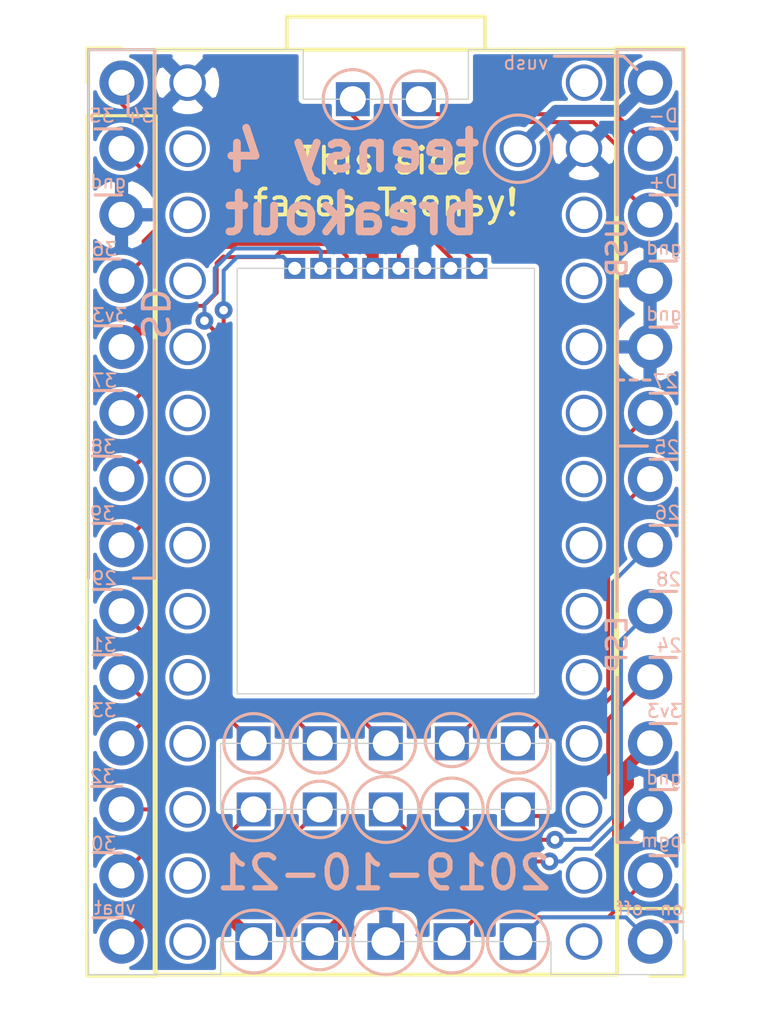
<source format=kicad_pcb>
(kicad_pcb (version 20171130) (host pcbnew "(5.1.4-0-10_14)")

  (general
    (thickness 1.6)
    (drawings 118)
    (tracks 167)
    (zones 0)
    (modules 3)
    (nets 26)
  )

  (page A4)
  (layers
    (0 F.Cu signal)
    (31 B.Cu signal)
    (32 B.Adhes user)
    (33 F.Adhes user)
    (34 B.Paste user)
    (35 F.Paste user)
    (36 B.SilkS user)
    (37 F.SilkS user)
    (38 B.Mask user hide)
    (39 F.Mask user)
    (40 Dwgs.User user)
    (41 Cmts.User user)
    (42 Eco1.User user)
    (43 Eco2.User user)
    (44 Edge.Cuts user)
    (45 Margin user)
    (46 B.CrtYd user)
    (47 F.CrtYd user)
    (48 B.Fab user)
    (49 F.Fab user)
  )

  (setup
    (last_trace_width 0.4572)
    (user_trace_width 0.1524)
    (user_trace_width 0.3048)
    (user_trace_width 0.4572)
    (trace_clearance 0.1524)
    (zone_clearance 0.1524)
    (zone_45_only no)
    (trace_min 0.1524)
    (via_size 0.6858)
    (via_drill 0.3302)
    (via_min_size 0.508)
    (via_min_drill 0.254)
    (uvia_size 0.3)
    (uvia_drill 0.1)
    (uvias_allowed no)
    (uvia_min_size 0.2)
    (uvia_min_drill 0.1)
    (edge_width 0.05)
    (segment_width 0.2)
    (pcb_text_width 0.3)
    (pcb_text_size 1.5 1.5)
    (mod_edge_width 0.12)
    (mod_text_size 1 1)
    (mod_text_width 0.15)
    (pad_size 1.7 1.7)
    (pad_drill 1)
    (pad_to_mask_clearance 0.0508)
    (solder_mask_min_width 0.1016)
    (aux_axis_origin 0 0)
    (visible_elements FFFFFF7F)
    (pcbplotparams
      (layerselection 0x010f0_ffffffff)
      (usegerberextensions true)
      (usegerberattributes false)
      (usegerberadvancedattributes false)
      (creategerberjobfile false)
      (excludeedgelayer true)
      (linewidth 0.100000)
      (plotframeref false)
      (viasonmask false)
      (mode 1)
      (useauxorigin false)
      (hpglpennumber 1)
      (hpglpenspeed 20)
      (hpglpendiameter 15.000000)
      (psnegative false)
      (psa4output false)
      (plotreference true)
      (plotvalue true)
      (plotinvisibletext false)
      (padsonsilk false)
      (subtractmaskfromsilk false)
      (outputformat 1)
      (mirror false)
      (drillshape 0)
      (scaleselection 1)
      (outputdirectory "gerbers/"))
  )

  (net 0 "")
  (net 1 /VBAT)
  (net 2 /32)
  (net 3 /30)
  (net 4 /33)
  (net 5 /31)
  (net 6 /29)
  (net 7 /DAT1)
  (net 8 /DAT0)
  (net 9 /CLK)
  (net 10 /3V3-SD)
  (net 11 /CMD)
  (net 12 /DAT3)
  (net 13 /DAT2)
  (net 14 /VUSB)
  (net 15 /D-)
  (net 16 /D+)
  (net 17 /25)
  (net 18 /27)
  (net 19 /28)
  (net 20 /26)
  (net 21 /24)
  (net 22 /ON_OFF)
  (net 23 /PROGRAM)
  (net 24 /3V3-1)
  (net 25 /GND)

  (net_class Default "This is the default net class."
    (clearance 0.1524)
    (trace_width 0.1524)
    (via_dia 0.6858)
    (via_drill 0.3302)
    (uvia_dia 0.3)
    (uvia_drill 0.1)
    (add_net /24)
    (add_net /25)
    (add_net /26)
    (add_net /27)
    (add_net /28)
    (add_net /29)
    (add_net /30)
    (add_net /31)
    (add_net /32)
    (add_net /33)
    (add_net /3V3-1)
    (add_net /3V3-SD)
    (add_net /CLK)
    (add_net /CMD)
    (add_net /D+)
    (add_net /D-)
    (add_net /DAT0)
    (add_net /DAT1)
    (add_net /DAT2)
    (add_net /DAT3)
    (add_net /GND)
    (add_net /ON_OFF)
    (add_net /PROGRAM)
    (add_net /VBAT)
    (add_net /VUSB)
  )

  (net_class Power ""
    (clearance 0.1524)
    (trace_width 0.4572)
    (via_dia 0.6858)
    (via_drill 0.3302)
    (uvia_dia 0.3)
    (uvia_drill 0.1)
  )

  (module Teensy:Teensy40_SMT (layer F.Cu) (tedit 5DADDE30) (tstamp 5DACA6E2)
    (at 160.02 97.79 270)
    (path /5D7811A6)
    (fp_text reference U1 (at 0 -10.16 270) (layer F.SilkS) hide
      (effects (font (size 1 1) (thickness 0.15)))
    )
    (fp_text value GND-1 (at 0 10.16 270) (layer F.Fab) hide
      (effects (font (size 1 1) (thickness 0.15)))
    )
    (fp_line (start 16.51 -8.6) (end 16.51 8.6) (layer Dwgs.User) (width 0.12))
    (fp_poly (pts (xy -9.5 3.25) (xy -7.5 3.25) (xy -7.5 3.75) (xy -9.5 3.75)) (layer Eco1.User) (width 0.1))
    (fp_poly (pts (xy -9.5 2.25) (xy -7.5 2.25) (xy -7.5 2.75) (xy -9.5 2.75)) (layer Eco1.User) (width 0.1))
    (fp_poly (pts (xy -9.5 1.25) (xy -7.5 1.25) (xy -7.5 1.75) (xy -9.5 1.75)) (layer Eco1.User) (width 0.1))
    (fp_poly (pts (xy -9.5 0.25) (xy -7.5 0.25) (xy -7.5 0.75) (xy -9.5 0.75)) (layer Eco1.User) (width 0.1))
    (fp_poly (pts (xy -9.5 -0.75) (xy -7.5 -0.75) (xy -7.5 -0.25) (xy -9.5 -0.25)) (layer Eco1.User) (width 0.1))
    (fp_poly (pts (xy -9.5 -1.75) (xy -7.5 -1.75) (xy -7.5 -1.25) (xy -9.5 -1.25)) (layer Eco1.User) (width 0.1))
    (fp_poly (pts (xy -9.5 -2.75) (xy -7.5 -2.75) (xy -7.5 -2.25) (xy -9.5 -2.25)) (layer Eco1.User) (width 0.1))
    (fp_poly (pts (xy -9.5 -3.75) (xy -7.5 -3.75) (xy -7.5 -3.25) (xy -9.5 -3.25)) (layer Eco1.User) (width 0.1))
    (fp_poly (pts (xy -17.272 -0.762) (xy -14.732 -0.762) (xy -14.732 -1.778) (xy -17.272 -1.778)) (layer Eco1.User) (width 0.1))
    (fp_poly (pts (xy -17.272 1.778) (xy -14.732 1.778) (xy -14.732 0.762) (xy -17.272 0.762)) (layer Eco1.User) (width 0.1))
    (fp_poly (pts (xy 6.858 5.588) (xy 9.398 5.588) (xy 9.398 4.572) (xy 6.858 4.572)) (layer Eco1.User) (width 0.1))
    (fp_poly (pts (xy 6.858 3.048) (xy 9.398 3.048) (xy 9.398 2.032) (xy 6.858 2.032)) (layer Eco1.User) (width 0.1))
    (fp_poly (pts (xy 6.858 0.508) (xy 9.398 0.508) (xy 9.398 -0.508) (xy 6.858 -0.508)) (layer Eco1.User) (width 0.1))
    (fp_poly (pts (xy 6.858 -2.032) (xy 9.398 -2.032) (xy 9.398 -3.048) (xy 6.858 -3.048)) (layer Eco1.User) (width 0.1))
    (fp_poly (pts (xy 6.858 -4.572) (xy 9.398 -4.572) (xy 9.398 -5.588) (xy 6.858 -5.588)) (layer Eco1.User) (width 0.1))
    (fp_poly (pts (xy 10.922 -4.572) (xy 13.462 -4.572) (xy 13.462 -5.588) (xy 10.922 -5.588)) (layer Eco1.User) (width 0.1))
    (fp_poly (pts (xy 10.922 -2.032) (xy 13.462 -2.032) (xy 13.462 -3.048) (xy 10.922 -3.048)) (layer Eco1.User) (width 0.1))
    (fp_poly (pts (xy 10.922 0.508) (xy 13.462 0.508) (xy 13.462 -0.508) (xy 10.922 -0.508)) (layer Eco1.User) (width 0.1))
    (fp_poly (pts (xy 10.922 3.048) (xy 13.462 3.048) (xy 13.462 2.032) (xy 10.922 2.032)) (layer Eco1.User) (width 0.1))
    (fp_poly (pts (xy 10.922 5.588) (xy 13.462 5.588) (xy 13.462 4.572) (xy 10.922 4.572)) (layer Eco1.User) (width 0.1))
    (fp_line (start 13.97 8.6) (end 13.97 -8.6) (layer Dwgs.User) (width 0.12))
    (fp_line (start 16.51 8.6) (end 13.97 8.6) (layer Dwgs.User) (width 0.12))
    (fp_line (start 13.97 -8.6) (end 16.51 -8.6) (layer Dwgs.User) (width 0.12))
    (fp_line (start 11.43 -8.6) (end 8.89 -8.6) (layer Dwgs.User) (width 0.12))
    (fp_line (start 11.43 8.6) (end 11.43 -8.6) (layer Dwgs.User) (width 0.12))
    (fp_line (start 8.89 8.6) (end 11.43 8.6) (layer Dwgs.User) (width 0.12))
    (fp_line (start 8.89 -8.6) (end 8.89 8.6) (layer Dwgs.User) (width 0.12))
    (fp_line (start 7 -7.64) (end 7 7.6) (layer Dwgs.User) (width 0.12))
    (fp_line (start -9.39 -7.62) (end 7 -7.6) (layer Dwgs.User) (width 0.12))
    (fp_line (start -9.39 7.62) (end 7 7.62) (layer Dwgs.User) (width 0.12))
    (fp_line (start -9.39 -7.62) (end -9.39 7.62) (layer Dwgs.User) (width 0.12))
    (fp_line (start -17.78 -7.62) (end -17.78 7.62) (layer Dwgs.User) (width 0.12))
    (fp_line (start -17.78 7.62) (end -15.875 7.62) (layer Dwgs.User) (width 0.12))
    (fp_line (start -17.78 -7.62) (end -15.875 -7.62) (layer Dwgs.User) (width 0.12))
    (fp_line (start -15.875 -7.62) (end -15.875 7.62) (layer Dwgs.User) (width 0.15))
    (fp_line (start -19.05 3.81) (end -17.78 3.81) (layer F.SilkS) (width 0.15))
    (fp_line (start -19.05 -3.81) (end -19.05 3.81) (layer F.SilkS) (width 0.15))
    (fp_line (start -17.78 -3.81) (end -19.05 -3.81) (layer F.SilkS) (width 0.15))
    (fp_line (start 17.78 -8.89) (end -17.78 -8.89) (layer F.SilkS) (width 0.15))
    (fp_line (start 17.78 8.89) (end 17.78 -8.89) (layer F.SilkS) (width 0.15))
    (fp_line (start -17.78 8.89) (end 17.78 8.89) (layer F.SilkS) (width 0.15))
    (fp_line (start -17.78 -8.89) (end -17.78 8.89) (layer F.SilkS) (width 0.15))
    (pad 13 thru_hole circle (at 13.97 7.62 270) (size 1.404 1.404) (drill 1.1) (layers *.Cu *.Mask))
    (pad 33 thru_hole circle (at -16.51 -7.62 270) (size 1.404 1.404) (drill 1.1) (layers *.Cu *.Mask))
    (pad 34 thru_hole circle (at -13.97 -5.08 270) (size 1.404 1.404) (drill 1.1) (layers *.Cu *.Mask)
      (net 14 /VUSB))
    (pad 32 thru_hole circle (at -13.97 -7.62 270) (size 1.404 1.404) (drill 1.1) (layers *.Cu *.Mask)
      (net 25 /GND))
    (pad 31 thru_hole circle (at -11.43 -7.62 270) (size 1.404 1.404) (drill 1.1) (layers *.Cu *.Mask))
    (pad 30 thru_hole circle (at -8.89 -7.62 270) (size 1.404 1.404) (drill 1.1) (layers *.Cu *.Mask))
    (pad 29 thru_hole circle (at -6.35 -7.62 270) (size 1.404 1.404) (drill 1.1) (layers *.Cu *.Mask))
    (pad 28 thru_hole circle (at -3.81 -7.62 270) (size 1.404 1.404) (drill 1.1) (layers *.Cu *.Mask))
    (pad 27 thru_hole circle (at -1.27 -7.62 270) (size 1.404 1.404) (drill 1.1) (layers *.Cu *.Mask))
    (pad 26 thru_hole circle (at 1.27 -7.62 270) (size 1.404 1.404) (drill 1.1) (layers *.Cu *.Mask))
    (pad 25 thru_hole circle (at 3.81 -7.62 270) (size 1.404 1.404) (drill 1.1) (layers *.Cu *.Mask))
    (pad 24 thru_hole circle (at 6.35 -7.62 270) (size 1.404 1.404) (drill 1.1) (layers *.Cu *.Mask))
    (pad 23 thru_hole circle (at 8.89 -7.62 270) (size 1.404 1.404) (drill 1.1) (layers *.Cu *.Mask))
    (pad 22 thru_hole circle (at 11.43 -7.62 270) (size 1.404 1.404) (drill 1.1) (layers *.Cu *.Mask))
    (pad 21 thru_hole circle (at 13.97 -7.62 270) (size 1.404 1.404) (drill 1.1) (layers *.Cu *.Mask))
    (pad 20 thru_hole circle (at 16.51 -7.62 270) (size 1.404 1.404) (drill 1.1) (layers *.Cu *.Mask))
    (pad 19 thru_hole rect (at 16.51 -5.08 270) (size 1.404 1.404) (drill 1.1) (layers *.Cu *.Mask)
      (net 22 /ON_OFF))
    (pad 18 thru_hole rect (at 16.51 -2.54 270) (size 1.404 1.404) (drill 1.1) (layers *.Cu *.Mask)
      (net 23 /PROGRAM))
    (pad 17 thru_hole rect (at 16.51 0 270) (size 1.404 1.404) (drill 1.1) (layers *.Cu *.Mask)
      (net 25 /GND))
    (pad 16 thru_hole rect (at 16.51 2.54 270) (size 1.404 1.404) (drill 1.1) (layers *.Cu *.Mask)
      (net 24 /3V3-1))
    (pad 15 thru_hole rect (at 16.51 5.08 270) (size 1.404 1.404) (drill 1.1) (layers *.Cu *.Mask)
      (net 1 /VBAT))
    (pad 14 thru_hole circle (at 16.51 7.62 270) (size 1.404 1.404) (drill 1.1) (layers *.Cu *.Mask))
    (pad 12 thru_hole circle (at 11.43 7.62 270) (size 1.404 1.404) (drill 1.1) (layers *.Cu *.Mask))
    (pad 11 thru_hole circle (at 8.89 7.62 270) (size 1.404 1.404) (drill 1.1) (layers *.Cu *.Mask))
    (pad 10 thru_hole circle (at 6.35 7.62 270) (size 1.404 1.404) (drill 1.1) (layers *.Cu *.Mask))
    (pad 9 thru_hole circle (at 3.81 7.62 270) (size 1.404 1.404) (drill 1.1) (layers *.Cu *.Mask))
    (pad 8 thru_hole circle (at 1.27 7.62 270) (size 1.404 1.404) (drill 1.1) (layers *.Cu *.Mask))
    (pad 7 thru_hole circle (at -1.27 7.62 270) (size 1.404 1.404) (drill 1.1) (layers *.Cu *.Mask))
    (pad 6 thru_hole circle (at -3.81 7.62 270) (size 1.404 1.404) (drill 1.1) (layers *.Cu *.Mask))
    (pad 5 thru_hole circle (at -6.35 7.62 270) (size 1.404 1.404) (drill 1.1) (layers *.Cu *.Mask))
    (pad 4 thru_hole circle (at -8.89 7.62 270) (size 1.404 1.404) (drill 1.1) (layers *.Cu *.Mask))
    (pad 3 thru_hole circle (at -11.43 7.62 270) (size 1.404 1.404) (drill 1.1) (layers *.Cu *.Mask))
    (pad 54 thru_hole rect (at -15.875 1.27 270) (size 1.304 1.304) (drill 1) (layers *.Cu *.Mask)
      (net 16 /D+))
    (pad 53 thru_hole rect (at -15.875 -1.27 270) (size 1.304 1.304) (drill 1) (layers *.Cu *.Mask)
      (net 15 /D-))
    (pad 52 thru_hole rect (at -9.3716 3.5 270) (size 0.804 0.804) (drill 0.5) (layers *.Cu *.Mask)
      (net 13 /DAT2))
    (pad 51 thru_hole rect (at -9.3716 2.5 270) (size 0.804 0.804) (drill 0.5) (layers *.Cu *.Mask)
      (net 12 /DAT3))
    (pad 50 thru_hole rect (at -9.3716 1.5 270) (size 0.804 0.804) (drill 0.5) (layers *.Cu *.Mask)
      (net 11 /CMD))
    (pad 49 thru_hole rect (at -9.3716 0.5 270) (size 0.804 0.804) (drill 0.5) (layers *.Cu *.Mask)
      (net 10 /3V3-SD))
    (pad 48 thru_hole rect (at -9.3716 -0.5 270) (size 0.804 0.804) (drill 0.5) (layers *.Cu *.Mask)
      (net 9 /CLK))
    (pad 47 thru_hole rect (at -9.3716 -1.5 270) (size 0.804 0.804) (drill 0.5) (layers *.Cu *.Mask)
      (net 25 /GND))
    (pad 46 thru_hole rect (at -9.3716 -2.5 270) (size 0.804 0.804) (drill 0.5) (layers *.Cu *.Mask)
      (net 8 /DAT0))
    (pad 45 thru_hole rect (at -9.3716 -3.5 270) (size 0.804 0.804) (drill 0.5) (layers *.Cu *.Mask)
      (net 7 /DAT1))
    (pad 44 thru_hole rect (at 8.89 5.08 270) (size 1.304 1.304) (drill 1) (layers *.Cu *.Mask)
      (net 4 /33))
    (pad 43 thru_hole rect (at 11.43 5.08 270) (size 1.304 1.304) (drill 1) (layers *.Cu *.Mask)
      (net 2 /32))
    (pad 42 thru_hole rect (at 8.89 2.54 270) (size 1.304 1.304) (drill 1) (layers *.Cu *.Mask)
      (net 5 /31))
    (pad 41 thru_hole rect (at 11.43 2.54 270) (size 1.304 1.304) (drill 1) (layers *.Cu *.Mask)
      (net 3 /30))
    (pad 40 thru_hole rect (at 8.89 0 270) (size 1.304 1.304) (drill 1) (layers *.Cu *.Mask)
      (net 6 /29))
    (pad 39 thru_hole rect (at 11.43 0 270) (size 1.304 1.304) (drill 1) (layers *.Cu *.Mask)
      (net 19 /28))
    (pad 38 thru_hole rect (at 8.89 -2.54 270) (size 1.304 1.304) (drill 1) (layers *.Cu *.Mask)
      (net 18 /27))
    (pad 37 thru_hole rect (at 11.43 -2.54 270) (size 1.304 1.304) (drill 1) (layers *.Cu *.Mask)
      (net 20 /26))
    (pad 36 thru_hole rect (at 8.89 -5.08 270) (size 1.304 1.304) (drill 1) (layers *.Cu *.Mask)
      (net 17 /25))
    (pad 35 thru_hole rect (at 11.43 -5.08 270) (size 1.304 1.304) (drill 1) (layers *.Cu *.Mask)
      (net 21 /24))
    (pad 2 thru_hole circle (at -13.97 7.62 270) (size 1.404 1.404) (drill 1.1) (layers *.Cu *.Mask))
    (pad 1 thru_hole circle (at -16.51 7.62 270) (size 1.404 1.404) (drill 1.1) (layers *.Cu *.Mask)
      (net 25 /GND))
  )

  (module Connector_PinHeader_2.54mm:PinHeader_1x14_P2.54mm_Vertical (layer F.Cu) (tedit 5DAE1061) (tstamp 5D783E6B)
    (at 170.18 114.3 180)
    (descr "Through hole straight pin header, 1x14, 2.54mm pitch, single row")
    (tags "Through hole pin header THT 1x14 2.54mm single row")
    (path /5D785C4E)
    (fp_text reference J2 (at 0 -2.33) (layer F.SilkS) hide
      (effects (font (size 1 1) (thickness 0.15)))
    )
    (fp_text value Conn_01x14 (at 0 35.35) (layer F.Fab)
      (effects (font (size 1 1) (thickness 0.15)))
    )
    (fp_text user %R (at 0 16.51 90) (layer F.Fab)
      (effects (font (size 1 1) (thickness 0.15)))
    )
    (fp_line (start 1.8 -1.8) (end -1.8 -1.8) (layer F.CrtYd) (width 0.05))
    (fp_line (start 1.8 34.8) (end 1.8 -1.8) (layer F.CrtYd) (width 0.05))
    (fp_line (start -1.8 34.8) (end 1.8 34.8) (layer F.CrtYd) (width 0.05))
    (fp_line (start -1.8 -1.8) (end -1.8 34.8) (layer F.CrtYd) (width 0.05))
    (fp_line (start -1.33 -1.33) (end 0 -1.33) (layer F.SilkS) (width 0.12))
    (fp_line (start -1.33 0) (end -1.33 -1.33) (layer F.SilkS) (width 0.12))
    (fp_line (start -1.33 1.27) (end 1.33 1.27) (layer F.SilkS) (width 0.12))
    (fp_line (start 1.33 1.27) (end 1.33 34.35) (layer F.SilkS) (width 0.12))
    (fp_line (start -1.33 1.27) (end -1.33 34.35) (layer F.SilkS) (width 0.12))
    (fp_line (start -1.33 34.35) (end 1.33 34.35) (layer F.SilkS) (width 0.12))
    (fp_line (start -1.27 -0.635) (end -0.635 -1.27) (layer F.Fab) (width 0.1))
    (fp_line (start -1.27 34.29) (end -1.27 -0.635) (layer F.Fab) (width 0.1))
    (fp_line (start 1.27 34.29) (end -1.27 34.29) (layer F.Fab) (width 0.1))
    (fp_line (start 1.27 -1.27) (end 1.27 34.29) (layer F.Fab) (width 0.1))
    (fp_line (start -0.635 -1.27) (end 1.27 -1.27) (layer F.Fab) (width 0.1))
    (pad 14 thru_hole oval (at 0 33.02 180) (size 1.7 1.7) (drill 1) (layers *.Cu *.Mask)
      (net 14 /VUSB))
    (pad 13 thru_hole oval (at 0 30.48 180) (size 1.7 1.7) (drill 1) (layers *.Cu *.Mask)
      (net 15 /D-))
    (pad 12 thru_hole oval (at 0 27.94 180) (size 1.7 1.7) (drill 1) (layers *.Cu *.Mask)
      (net 16 /D+))
    (pad 11 thru_hole oval (at 0 25.4 180) (size 1.7 1.7) (drill 1) (layers *.Cu *.Mask)
      (net 25 /GND))
    (pad 10 thru_hole oval (at 0 22.86 180) (size 1.7 1.7) (drill 1) (layers *.Cu *.Mask)
      (net 25 /GND))
    (pad 9 thru_hole oval (at 0 20.32 180) (size 1.7 1.7) (drill 1) (layers *.Cu *.Mask)
      (net 18 /27))
    (pad 8 thru_hole oval (at 0 17.78 180) (size 1.7 1.7) (drill 1) (layers *.Cu *.Mask)
      (net 17 /25))
    (pad 7 thru_hole oval (at 0 15.24 180) (size 1.7 1.7) (drill 1) (layers *.Cu *.Mask)
      (net 20 /26))
    (pad 6 thru_hole oval (at 0 12.7 180) (size 1.7 1.7) (drill 1) (layers *.Cu *.Mask)
      (net 19 /28))
    (pad 5 thru_hole oval (at 0 10.16 180) (size 1.7 1.7) (drill 1) (layers *.Cu *.Mask)
      (net 21 /24))
    (pad 4 thru_hole oval (at 0 7.62 180) (size 1.7 1.7) (drill 1) (layers *.Cu *.Mask)
      (net 24 /3V3-1))
    (pad 3 thru_hole oval (at 0 5.08 180) (size 1.7 1.7) (drill 1) (layers *.Cu *.Mask)
      (net 25 /GND))
    (pad 2 thru_hole oval (at 0 2.54 180) (size 1.7 1.7) (drill 1) (layers *.Cu *.Mask)
      (net 23 /PROGRAM))
    (pad 1 thru_hole circle (at 0 0 180) (size 1.7 1.7) (drill 1) (layers *.Cu *.Mask)
      (net 22 /ON_OFF))
    (model ${KISYS3DMOD}/Connector_PinHeader_2.54mm.3dshapes/PinHeader_1x14_P2.54mm_Vertical.wrl
      (at (xyz 0 0 0))
      (scale (xyz 1 1 1))
      (rotate (xyz 0 0 0))
    )
  )

  (module Connector_PinHeader_2.54mm:PinHeader_1x14_P2.54mm_Vertical (layer F.Cu) (tedit 5DAE106A) (tstamp 5D783F11)
    (at 149.86 81.28)
    (descr "Through hole straight pin header, 1x14, 2.54mm pitch, single row")
    (tags "Through hole pin header THT 1x14 2.54mm single row")
    (path /5D782E4C)
    (fp_text reference J1 (at 0 -2.33) (layer F.SilkS) hide
      (effects (font (size 1 1) (thickness 0.15)))
    )
    (fp_text value Conn_01x14 (at 0 35.35) (layer F.Fab)
      (effects (font (size 1 1) (thickness 0.15)))
    )
    (fp_text user %R (at 0 16.51 90) (layer F.Fab)
      (effects (font (size 1 1) (thickness 0.15)))
    )
    (fp_line (start 1.8 -1.8) (end -1.8 -1.8) (layer F.CrtYd) (width 0.05))
    (fp_line (start 1.8 34.8) (end 1.8 -1.8) (layer F.CrtYd) (width 0.05))
    (fp_line (start -1.8 34.8) (end 1.8 34.8) (layer F.CrtYd) (width 0.05))
    (fp_line (start -1.8 -1.8) (end -1.8 34.8) (layer F.CrtYd) (width 0.05))
    (fp_line (start -1.33 -1.33) (end 0 -1.33) (layer F.SilkS) (width 0.12))
    (fp_line (start -1.33 0) (end -1.33 -1.33) (layer F.SilkS) (width 0.12))
    (fp_line (start -1.33 1.27) (end 1.33 1.27) (layer F.SilkS) (width 0.12))
    (fp_line (start 1.33 1.27) (end 1.33 34.35) (layer F.SilkS) (width 0.12))
    (fp_line (start -1.33 1.27) (end -1.33 34.35) (layer F.SilkS) (width 0.12))
    (fp_line (start -1.33 34.35) (end 1.33 34.35) (layer F.SilkS) (width 0.12))
    (fp_line (start -1.27 -0.635) (end -0.635 -1.27) (layer F.Fab) (width 0.1))
    (fp_line (start -1.27 34.29) (end -1.27 -0.635) (layer F.Fab) (width 0.1))
    (fp_line (start 1.27 34.29) (end -1.27 34.29) (layer F.Fab) (width 0.1))
    (fp_line (start 1.27 -1.27) (end 1.27 34.29) (layer F.Fab) (width 0.1))
    (fp_line (start -0.635 -1.27) (end 1.27 -1.27) (layer F.Fab) (width 0.1))
    (pad 14 thru_hole oval (at 0 33.02) (size 1.7 1.7) (drill 1) (layers *.Cu *.Mask)
      (net 1 /VBAT))
    (pad 13 thru_hole oval (at 0 30.48) (size 1.7 1.7) (drill 1) (layers *.Cu *.Mask)
      (net 3 /30))
    (pad 12 thru_hole oval (at 0 27.94) (size 1.7 1.7) (drill 1) (layers *.Cu *.Mask)
      (net 2 /32))
    (pad 11 thru_hole oval (at 0 25.4) (size 1.7 1.7) (drill 1) (layers *.Cu *.Mask)
      (net 4 /33))
    (pad 10 thru_hole oval (at 0 22.86) (size 1.7 1.7) (drill 1) (layers *.Cu *.Mask)
      (net 5 /31))
    (pad 9 thru_hole oval (at 0 20.32) (size 1.7 1.7) (drill 1) (layers *.Cu *.Mask)
      (net 6 /29))
    (pad 8 thru_hole oval (at 0 17.78) (size 1.7 1.7) (drill 1) (layers *.Cu *.Mask)
      (net 13 /DAT2))
    (pad 7 thru_hole oval (at 0 15.24) (size 1.7 1.7) (drill 1) (layers *.Cu *.Mask)
      (net 12 /DAT3))
    (pad 6 thru_hole oval (at 0 12.7) (size 1.7 1.7) (drill 1) (layers *.Cu *.Mask)
      (net 11 /CMD))
    (pad 5 thru_hole oval (at 0 10.16) (size 1.7 1.7) (drill 1) (layers *.Cu *.Mask)
      (net 10 /3V3-SD))
    (pad 4 thru_hole oval (at 0 7.62) (size 1.7 1.7) (drill 1) (layers *.Cu *.Mask)
      (net 9 /CLK))
    (pad 3 thru_hole oval (at 0 5.08) (size 1.7 1.7) (drill 1) (layers *.Cu *.Mask)
      (net 25 /GND))
    (pad 2 thru_hole oval (at 0 2.54) (size 1.7 1.7) (drill 1) (layers *.Cu *.Mask)
      (net 8 /DAT0))
    (pad 1 thru_hole circle (at 0 0) (size 1.7 1.7) (drill 1) (layers *.Cu *.Mask)
      (net 7 /DAT1))
    (model ${KISYS3DMOD}/Connector_PinHeader_2.54mm.3dshapes/PinHeader_1x14_P2.54mm_Vertical.wrl
      (at (xyz 0 0 0))
      (scale (xyz 1 1 1))
      (rotate (xyz 0 0 0))
    )
  )

  (gr_line (start 149.8092 88.0618) (end 148.7932 88.0618) (layer B.SilkS) (width 0.12))
  (gr_line (start 149.86 93.1164) (end 148.7932 93.1164) (layer B.SilkS) (width 0.12))
  (gr_line (start 149.8346 95.6564) (end 148.7424 95.631) (layer B.SilkS) (width 0.12))
  (gr_line (start 149.8854 98.2218) (end 148.7678 98.2218) (layer B.SilkS) (width 0.12))
  (gr_line (start 149.86 100.7618) (end 148.7932 100.7618) (layer B.SilkS) (width 0.12))
  (gr_line (start 149.86 103.2764) (end 148.7678 103.2764) (layer B.SilkS) (width 0.12))
  (gr_line (start 148.717 108.331) (end 149.86 108.331) (layer B.SilkS) (width 0.12))
  (gr_line (start 148.7932 110.871) (end 149.86 110.8964) (layer B.SilkS) (width 0.12))
  (gr_line (start 148.7678 113.3856) (end 149.9108 113.3856) (layer B.SilkS) (width 0.12))
  (gr_text vbat (at 149.606 113.0046) (layer B.SilkS) (tstamp 5DADFAD8)
    (effects (font (size 0.508 0.508) (thickness 0.0762)) (justify mirror))
  )
  (gr_text 30 (at 149.1742 110.5408) (layer B.SilkS) (tstamp 5DADFAD1)
    (effects (font (size 0.508 0.508) (thickness 0.0762)) (justify mirror))
  )
  (gr_text 32 (at 149.1234 107.95) (layer B.SilkS) (tstamp 5DADFACF)
    (effects (font (size 0.508 0.508) (thickness 0.0762)) (justify mirror))
  )
  (gr_text 33 (at 149.1742 105.41) (layer B.SilkS) (tstamp 5DADFACD)
    (effects (font (size 0.508 0.508) (thickness 0.0762)) (justify mirror))
  )
  (gr_text 31 (at 149.1742 102.8954) (layer B.SilkS) (tstamp 5DADFACB)
    (effects (font (size 0.508 0.508) (thickness 0.0762)) (justify mirror))
  )
  (gr_text 29 (at 149.1996 100.33) (layer B.SilkS) (tstamp 5DADFAC9)
    (effects (font (size 0.508 0.508) (thickness 0.0762)) (justify mirror))
  )
  (gr_text 39 (at 149.1234 97.8408) (layer B.SilkS) (tstamp 5DADFABE)
    (effects (font (size 0.508 0.508) (thickness 0.0762)) (justify mirror))
  )
  (gr_text 38 (at 149.1488 95.2754) (layer B.SilkS) (tstamp 5DADFABC)
    (effects (font (size 0.508 0.508) (thickness 0.0762)) (justify mirror))
  )
  (gr_text 37 (at 149.1996 92.7354) (layer B.SilkS) (tstamp 5DADFABA)
    (effects (font (size 0.508 0.508) (thickness 0.0762)) (justify mirror))
  )
  (gr_line (start 149.86 90.6272) (end 148.844 90.6272) (layer B.SilkS) (width 0.12))
  (gr_text 3v3 (at 149.4028 90.2208) (layer B.SilkS) (tstamp 5DADFAB4)
    (effects (font (size 0.508 0.508) (thickness 0.0762)) (justify mirror))
  )
  (gr_text 36 (at 149.1996 87.6808) (layer B.SilkS) (tstamp 5DADFAEB)
    (effects (font (size 0.508 0.508) (thickness 0.0762)) (justify mirror))
  )
  (gr_line (start 148.844 85.598) (end 149.86 85.598) (layer B.SilkS) (width 0.12))
  (gr_line (start 150.114 82.55) (end 150.114 81.788) (layer B.SilkS) (width 0.12))
  (gr_line (start 148.844 83.058) (end 149.86 83.058) (layer B.SilkS) (width 0.12))
  (gr_text 34 (at 150.622 82.55) (layer B.SilkS) (tstamp 5DADFAA7)
    (effects (font (size 0.508 0.508) (thickness 0.0762)) (justify mirror))
  )
  (gr_text 35 (at 149.098 82.55) (layer B.SilkS) (tstamp 5DADFA9F)
    (effects (font (size 0.508 0.508) (thickness 0.0762)) (justify mirror))
  )
  (gr_text gnd (at 149.352 85.09) (layer B.SilkS) (tstamp 5DADFA9D)
    (effects (font (size 0.508 0.508) (thickness 0.0762)) (justify mirror))
  )
  (gr_line (start 169.164 80.264) (end 169.672 80.772) (layer B.SilkS) (width 0.12))
  (gr_line (start 166.497 80.264) (end 169.164 80.264) (layer B.SilkS) (width 0.12))
  (gr_line (start 171.196 108.458) (end 170.18 108.458) (layer B.SilkS) (width 0.12))
  (gr_line (start 171.45 113.538) (end 170.688 113.538) (layer B.SilkS) (width 0.12))
  (gr_line (start 171.196 110.998) (end 170.18 110.998) (layer B.SilkS) (width 0.12))
  (gr_line (start 171.196 105.918) (end 170.18 105.918) (layer B.SilkS) (width 0.12))
  (gr_line (start 171.196 103.378) (end 170.18 103.378) (layer B.SilkS) (width 0.12))
  (gr_line (start 171.196 100.838) (end 170.18 100.838) (layer B.SilkS) (width 0.12))
  (gr_line (start 171.196 98.298) (end 170.18 98.298) (layer B.SilkS) (width 0.12))
  (gr_line (start 171.196 95.758) (end 170.18 95.758) (layer B.SilkS) (width 0.12))
  (gr_line (start 171.196 93.218) (end 170.18 93.218) (layer B.SilkS) (width 0.12))
  (gr_line (start 171.196 90.678) (end 170.18 90.678) (layer B.SilkS) (width 0.12))
  (gr_line (start 171.196 88.138) (end 170.18 88.138) (layer B.SilkS) (width 0.12))
  (gr_line (start 171.196 85.598) (end 170.18 85.598) (layer B.SilkS) (width 0.12))
  (gr_line (start 171.196 83.058) (end 170.18 83.058) (layer B.SilkS) (width 0.12))
  (gr_text vusb (at 165.4048 80.518) (layer B.SilkS) (tstamp 5DADF82B)
    (effects (font (size 0.508 0.508) (thickness 0.0762)) (justify mirror))
  )
  (gr_text D- (at 170.688 82.55) (layer B.SilkS) (tstamp 5DADF81E)
    (effects (font (size 0.508 0.508) (thickness 0.0762)) (justify mirror))
  )
  (gr_text D+ (at 170.688 85.09) (layer B.SilkS) (tstamp 5DADF815)
    (effects (font (size 0.508 0.508) (thickness 0.0762)) (justify mirror))
  )
  (gr_text gnd (at 170.7134 90.17) (layer B.SilkS) (tstamp 5DADF80D)
    (effects (font (size 0.508 0.508) (thickness 0.0762)) (justify mirror))
  )
  (gr_text gnd (at 170.7134 87.63) (layer B.SilkS) (tstamp 5DADF808)
    (effects (font (size 0.508 0.508) (thickness 0.0762)) (justify mirror))
  )
  (gr_text on-off (at 170.18 113.03) (layer B.SilkS) (tstamp 5DADF70B)
    (effects (font (size 0.508 0.508) (thickness 0.0762)) (justify mirror))
  )
  (gr_text "pgm\n" (at 170.6118 110.4138) (layer B.SilkS) (tstamp 5DADF6F8)
    (effects (font (size 0.508 0.508) (thickness 0.0762)) (justify mirror))
  )
  (gr_text gnd (at 170.7134 108.0008) (layer B.SilkS) (tstamp 5DADF6F3)
    (effects (font (size 0.508 0.508) (thickness 0.0762)) (justify mirror))
  )
  (gr_text 3v3 (at 170.7388 105.4354) (layer B.SilkS) (tstamp 5DADF6E9)
    (effects (font (size 0.508 0.508) (thickness 0.0762)) (justify mirror))
  )
  (gr_text 24 (at 170.9166 102.9208) (layer B.SilkS) (tstamp 5DADF6A2)
    (effects (font (size 0.508 0.508) (thickness 0.0762)) (justify mirror))
  )
  (gr_text 28 (at 170.8912 100.3808) (layer B.SilkS) (tstamp 5DADF699)
    (effects (font (size 0.508 0.508) (thickness 0.0762)) (justify mirror))
  )
  (gr_text 26 (at 170.8404 97.8154) (layer B.SilkS) (tstamp 5DADF67F)
    (effects (font (size 0.508 0.508) (thickness 0.0762)) (justify mirror))
  )
  (gr_text 25 (at 170.815 95.3008) (layer B.SilkS) (tstamp 5DADF66E)
    (effects (font (size 0.508 0.508) (thickness 0.0762)) (justify mirror))
  )
  (gr_text 27 (at 170.7642 92.7608) (layer B.SilkS)
    (effects (font (size 0.508 0.508) (thickness 0.0762)) (justify mirror))
  )
  (gr_line (start 169.926 92.71) (end 170.18 92.71) (layer B.SilkS) (width 0.12))
  (gr_line (start 169.418 92.71) (end 169.672 92.71) (layer B.SilkS) (width 0.12))
  (gr_line (start 168.91 92.71) (end 169.164 92.71) (layer B.SilkS) (width 0.12))
  (gr_line (start 168.91 110.49) (end 168.91 104.14) (layer B.SilkS) (width 0.12))
  (gr_line (start 168.91 95.25) (end 168.91 101.6) (layer B.SilkS) (width 0.12))
  (gr_text ESP (at 168.91 102.87 90) (layer B.SilkS) (tstamp 5DADDCDF)
    (effects (font (size 0.762 0.762) (thickness 0.127)) (justify mirror))
  )
  (gr_line (start 171.45 110.49) (end 171.45 95.25) (layer B.SilkS) (width 0.12) (tstamp 5DADDCDC))
  (gr_line (start 168.91 110.49) (end 169.7228 110.49) (layer B.SilkS) (width 0.12))
  (gr_line (start 168.91 88.9) (end 168.91 95.25) (layer B.SilkS) (width 0.12) (tstamp 5DADDBEA))
  (gr_line (start 168.91 80.01) (end 168.91 86.36) (layer B.SilkS) (width 0.12))
  (gr_text USB (at 168.91 87.63 90) (layer B.SilkS)
    (effects (font (size 0.762 0.762) (thickness 0.127)) (justify mirror))
  )
  (gr_line (start 151.13 100.33) (end 151.13 91.186) (layer B.SilkS) (width 0.12))
  (gr_line (start 150.876 100.33) (end 151.13 100.33) (layer B.SilkS) (width 0.12))
  (gr_line (start 151.13 80.01) (end 151.13 89.154) (layer B.SilkS) (width 0.12))
  (gr_text SD (at 151.13 90.17 270) (layer B.SilkS)
    (effects (font (size 1 1) (thickness 0.15)) (justify mirror))
  )
  (gr_line (start 170.0784 95.25) (end 168.91 95.25) (layer B.SilkS) (width 0.12) (tstamp 5DADF6C9))
  (gr_line (start 171.45 80.01) (end 171.45 95.25) (layer B.SilkS) (width 0.12))
  (gr_line (start 168.91 80.01) (end 171.45 80.01) (layer B.SilkS) (width 0.12))
  (gr_line (start 148.59 80.01) (end 151.13 80.01) (layer B.SilkS) (width 0.12) (tstamp 5DADD9FB))
  (gr_line (start 148.59 100.33) (end 148.59 80.01) (layer B.SilkS) (width 0.12))
  (gr_line (start 150.876 100.33) (end 150.3172 100.33) (layer B.SilkS) (width 0.12))
  (gr_circle (center 165.1 114.3) (end 165.354 115.443) (layer B.SilkS) (width 0.12) (tstamp 5DACAC9D))
  (gr_circle (center 162.56 114.3) (end 162.941 115.443) (layer B.SilkS) (width 0.12) (tstamp 5DACAC9C))
  (gr_circle (center 160.02 114.3) (end 160.02 115.57) (layer B.SilkS) (width 0.12) (tstamp 5DACAC9B))
  (gr_circle (center 157.48 114.3) (end 157.861 115.316) (layer B.SilkS) (width 0.12) (tstamp 5DACAC9A))
  (gr_circle (center 154.94 114.3) (end 155.321 115.443) (layer B.SilkS) (width 0.12) (tstamp 5DACAC99))
  (gr_text "This side\nfaces Teensy!" (at 160.02 85.09) (layer F.SilkS)
    (effects (font (size 1 1) (thickness 0.15)))
  )
  (gr_circle (center 154.94 109.22) (end 155.321 110.363) (layer B.SilkS) (width 0.12))
  (gr_circle (center 157.48 109.22) (end 157.861 110.236) (layer B.SilkS) (width 0.12))
  (gr_circle (center 160.02 109.22) (end 160.02 110.49) (layer B.SilkS) (width 0.12))
  (gr_circle (center 162.56 109.22) (end 162.941 110.363) (layer B.SilkS) (width 0.12))
  (gr_circle (center 165.1 109.22) (end 165.354 110.363) (layer B.SilkS) (width 0.12))
  (gr_circle (center 165.1 106.68) (end 165.1 105.537) (layer B.SilkS) (width 0.12))
  (gr_circle (center 162.56 106.553) (end 162.433 105.537) (layer B.SilkS) (width 0.12))
  (gr_circle (center 160.02 106.68) (end 160.02 105.537) (layer B.SilkS) (width 0.12))
  (gr_circle (center 157.48 106.68) (end 157.48 105.537) (layer B.SilkS) (width 0.12))
  (gr_circle (center 154.94 106.68) (end 154.94 105.537) (layer B.SilkS) (width 0.12))
  (gr_circle (center 158.75 81.915) (end 159.258 82.931) (layer B.SilkS) (width 0.12))
  (gr_circle (center 161.29 81.915) (end 161.671 82.931) (layer B.SilkS) (width 0.12))
  (gr_circle (center 165.1 83.82) (end 165.354 85.09) (layer B.SilkS) (width 0.12))
  (gr_text 2019-10-21 (at 159.9438 111.6584) (layer B.SilkS)
    (effects (font (size 1.27 1.27) (thickness 0.2032)) (justify mirror))
  )
  (gr_text "teensy 4\nbreakout\n" (at 158.7246 85.1154) (layer B.SilkS)
    (effects (font (size 1.5 1.5) (thickness 0.3)) (justify mirror))
  )
  (gr_line (start 153.67 115.57) (end 148.59 115.57) (layer Edge.Cuts) (width 0.05) (tstamp 5D783CE7))
  (gr_line (start 153.67 114.3) (end 153.67 115.57) (layer Edge.Cuts) (width 0.05))
  (gr_line (start 166.37 114.3) (end 153.67 114.3) (layer Edge.Cuts) (width 0.05) (tstamp 5DADD7BD))
  (gr_line (start 166.37 115.57) (end 166.37 114.3) (layer Edge.Cuts) (width 0.05))
  (gr_line (start 171.45 115.57) (end 166.37 115.57) (layer Edge.Cuts) (width 0.05))
  (gr_line (start 166.37 109.22) (end 166.37 106.68) (layer Edge.Cuts) (width 0.05) (tstamp 5D783CE3))
  (gr_line (start 153.67 109.22) (end 166.37 109.22) (layer Edge.Cuts) (width 0.05))
  (gr_line (start 153.67 106.68) (end 153.67 109.22) (layer Edge.Cuts) (width 0.05))
  (gr_line (start 154.305 104.775) (end 154.305 88.4174) (layer Edge.Cuts) (width 0.05) (tstamp 5D783CE2))
  (gr_line (start 165.735 104.775) (end 154.305 104.775) (layer Edge.Cuts) (width 0.05))
  (gr_line (start 165.735 88.4174) (end 165.735 104.775) (layer Edge.Cuts) (width 0.05))
  (gr_line (start 154.305 88.4174) (end 165.735 88.4174) (layer Edge.Cuts) (width 0.05) (tstamp 5DADD062))
  (gr_line (start 166.37 106.68) (end 153.67 106.68) (layer Edge.Cuts) (width 0.05))
  (gr_line (start 156.845 80.01) (end 148.59 80.01) (layer Edge.Cuts) (width 0.05) (tstamp 5D7838C8))
  (gr_line (start 156.845 81.915) (end 156.845 80.01) (layer Edge.Cuts) (width 0.05))
  (gr_line (start 163.195 81.915) (end 156.845 81.915) (layer Edge.Cuts) (width 0.05))
  (gr_line (start 163.195 80.01) (end 163.195 81.915) (layer Edge.Cuts) (width 0.05))
  (gr_line (start 171.45 80.01) (end 163.195 80.01) (layer Edge.Cuts) (width 0.05))
  (gr_line (start 148.59 115.57) (end 148.59 80.01) (layer Edge.Cuts) (width 0.05) (tstamp 5D783282))
  (gr_line (start 171.45 80.01) (end 171.45 115.57) (layer Edge.Cuts) (width 0.05))

  (segment (start 160.02 113.1824) (end 160.02 113.1062) (width 0.4572) (layer B.Cu) (net 25))
  (segment (start 154.009399 113.369399) (end 154.68639 114.04639) (width 0.1524) (layer F.Cu) (net 1) (status 20))
  (segment (start 150.790601 113.369399) (end 154.009399 113.369399) (width 0.1524) (layer F.Cu) (net 1))
  (segment (start 149.86 114.3) (end 150.790601 113.369399) (width 0.1524) (layer F.Cu) (net 1) (status 10))
  (segment (start 153.856999 113.216999) (end 154.53399 113.89399) (width 0.4572) (layer F.Cu) (net 1) (status 20))
  (segment (start 150.943001 113.216999) (end 153.856999 113.216999) (width 0.4572) (layer F.Cu) (net 1))
  (segment (start 149.86 114.3) (end 150.943001 113.216999) (width 0.4572) (layer F.Cu) (net 1) (status 10))
  (segment (start 154.009399 110.150601) (end 154.68639 109.47361) (width 0.1524) (layer F.Cu) (net 2) (status 20))
  (segment (start 151.992682 110.150601) (end 154.009399 110.150601) (width 0.1524) (layer F.Cu) (net 2))
  (segment (start 151.062081 109.22) (end 151.992682 110.150601) (width 0.1524) (layer F.Cu) (net 2))
  (segment (start 149.86 109.22) (end 151.062081 109.22) (width 0.1524) (layer F.Cu) (net 2) (status 10))
  (segment (start 150.790601 110.829399) (end 155.870601 110.829399) (width 0.1524) (layer F.Cu) (net 3))
  (segment (start 155.870601 110.829399) (end 157.22639 109.47361) (width 0.1524) (layer F.Cu) (net 3) (status 20))
  (segment (start 149.86 111.76) (end 150.790601 110.829399) (width 0.1524) (layer F.Cu) (net 3) (status 10))
  (segment (start 154.009399 105.749399) (end 154.68639 106.42639) (width 0.1524) (layer F.Cu) (net 4) (status 20))
  (segment (start 150.790601 105.749399) (end 154.009399 105.749399) (width 0.1524) (layer F.Cu) (net 4))
  (segment (start 149.86 106.68) (end 150.790601 105.749399) (width 0.1524) (layer F.Cu) (net 4) (status 10))
  (segment (start 151.164588 105.444588) (end 156.244588 105.444588) (width 0.1524) (layer F.Cu) (net 5))
  (segment (start 149.86 104.14) (end 151.164588 105.444588) (width 0.1524) (layer F.Cu) (net 5) (status 10))
  (segment (start 156.244588 105.444588) (end 157.22639 106.42639) (width 0.1524) (layer F.Cu) (net 5) (status 20))
  (segment (start 158.410601 105.070601) (end 159.76639 106.42639) (width 0.1524) (layer F.Cu) (net 6) (status 20))
  (segment (start 151.1554 104.5464) (end 151.679601 105.070601) (width 0.1524) (layer F.Cu) (net 6))
  (segment (start 151.679601 105.070601) (end 158.410601 105.070601) (width 0.1524) (layer F.Cu) (net 6))
  (segment (start 151.1554 102.8954) (end 151.1554 104.5464) (width 0.1524) (layer F.Cu) (net 6))
  (segment (start 149.86 101.6) (end 151.1554 102.8954) (width 0.1524) (layer F.Cu) (net 6) (status 10))
  (segment (start 163.39859 88.13839) (end 163.52 88.13839) (width 0.1524) (layer F.Cu) (net 7))
  (segment (start 151.4221 83.6549) (end 151.4221 84.21939) (width 0.1524) (layer F.Cu) (net 7))
  (segment (start 160.010801 84.750601) (end 163.39859 88.13839) (width 0.1524) (layer F.Cu) (net 7))
  (segment (start 151.953311 84.750601) (end 160.010801 84.750601) (width 0.1524) (layer F.Cu) (net 7))
  (segment (start 151.4221 84.21939) (end 151.953311 84.750601) (width 0.1524) (layer F.Cu) (net 7))
  (segment (start 149.86 82.0928) (end 151.4221 83.6549) (width 0.1524) (layer F.Cu) (net 7))
  (segment (start 149.86 81.28) (end 149.86 82.0928) (width 0.1524) (layer F.Cu) (net 7))
  (segment (start 159.5628 85.0646) (end 162.52 88.0218) (width 0.1524) (layer F.Cu) (net 8))
  (segment (start 162.52 88.0218) (end 162.52 88.13839) (width 0.1524) (layer F.Cu) (net 8))
  (segment (start 151.1046 85.0646) (end 159.5628 85.0646) (width 0.1524) (layer F.Cu) (net 8))
  (segment (start 149.86 83.82) (end 151.1046 85.0646) (width 0.1524) (layer F.Cu) (net 8))
  (segment (start 158.174999 85.429399) (end 160.52 87.7744) (width 0.1524) (layer F.Cu) (net 9))
  (segment (start 150.709999 87.37801) (end 151.2824 86.805609) (width 0.1524) (layer F.Cu) (net 9))
  (segment (start 151.2824 86.10031) (end 151.953311 85.429399) (width 0.1524) (layer F.Cu) (net 9))
  (segment (start 160.52 87.7744) (end 160.52 88.13839) (width 0.1524) (layer F.Cu) (net 9))
  (segment (start 151.953311 85.429399) (end 158.174999 85.429399) (width 0.1524) (layer F.Cu) (net 9))
  (segment (start 151.2824 86.805609) (end 151.2824 86.10031) (width 0.1524) (layer F.Cu) (net 9))
  (segment (start 150.709999 88.050001) (end 150.709999 87.37801) (width 0.1524) (layer F.Cu) (net 9))
  (segment (start 149.86 88.9) (end 150.709999 88.050001) (width 0.1524) (layer F.Cu) (net 9))
  (segment (start 158.998611 87.330589) (end 159.52 87.851978) (width 0.4572) (layer F.Cu) (net 10))
  (segment (start 154.198011 87.330589) (end 158.998611 87.330589) (width 0.4572) (layer F.Cu) (net 10))
  (segment (start 152.254157 87.443001) (end 154.085599 87.443001) (width 0.4572) (layer F.Cu) (net 10))
  (segment (start 149.86 91.44) (end 151.091001 90.208999) (width 0.4572) (layer F.Cu) (net 10))
  (segment (start 154.085599 87.443001) (end 154.198011 87.330589) (width 0.4572) (layer F.Cu) (net 10))
  (segment (start 151.091001 88.606157) (end 152.254157 87.443001) (width 0.4572) (layer F.Cu) (net 10))
  (segment (start 151.091001 90.208999) (end 151.091001 88.606157) (width 0.4572) (layer F.Cu) (net 10))
  (segment (start 159.52 87.851978) (end 159.52 88.26539) (width 0.4572) (layer F.Cu) (net 10))
  (segment (start 153.785417 87.960209) (end 153.810817 87.985609) (width 0.1524) (layer F.Cu) (net 11))
  (segment (start 158.349 87.7878) (end 158.52 87.9588) (width 0.1524) (layer F.Cu) (net 11))
  (segment (start 155.764383 87.985609) (end 155.962192 87.7878) (width 0.1524) (layer F.Cu) (net 11))
  (segment (start 153.810817 87.985609) (end 155.764383 87.985609) (width 0.1524) (layer F.Cu) (net 11))
  (segment (start 155.962192 87.7878) (end 158.349 87.7878) (width 0.1524) (layer F.Cu) (net 11))
  (segment (start 158.52 87.9588) (end 158.52 88.13839) (width 0.1524) (layer F.Cu) (net 11))
  (segment (start 151.469399 90.993311) (end 151.953311 90.509399) (width 0.1524) (layer F.Cu) (net 11))
  (segment (start 153.5176 88.2142) (end 153.746191 87.985609) (width 0.1524) (layer F.Cu) (net 11))
  (segment (start 153.013488 89.861312) (end 153.5176 89.3572) (width 0.1524) (layer F.Cu) (net 11))
  (segment (start 152.773062 89.861312) (end 153.013488 89.861312) (width 0.1524) (layer F.Cu) (net 11))
  (segment (start 152.5524 89.8652) (end 152.769174 89.8652) (width 0.1524) (layer F.Cu) (net 11))
  (segment (start 153.5176 89.3572) (end 153.5176 88.2142) (width 0.1524) (layer F.Cu) (net 11))
  (segment (start 152.769174 89.8652) (end 152.773062 89.861312) (width 0.1524) (layer F.Cu) (net 11))
  (segment (start 151.953311 90.509399) (end 151.953311 90.464289) (width 0.1524) (layer F.Cu) (net 11))
  (segment (start 151.469399 92.370601) (end 151.469399 90.993311) (width 0.1524) (layer F.Cu) (net 11))
  (segment (start 151.953311 90.464289) (end 152.5524 89.8652) (width 0.1524) (layer F.Cu) (net 11))
  (segment (start 153.746191 87.985609) (end 153.810817 87.985609) (width 0.1524) (layer F.Cu) (net 11))
  (segment (start 149.86 93.98) (end 151.469399 92.370601) (width 0.1524) (layer F.Cu) (net 11))
  (segment (start 153.047383 89.94788) (end 153.047383 90.432813) (width 0.1524) (layer B.Cu) (net 12))
  (segment (start 153.4414 89.394792) (end 153.047383 89.788809) (width 0.1524) (layer B.Cu) (net 12))
  (segment (start 153.047383 89.788809) (end 153.047383 89.94788) (width 0.1524) (layer B.Cu) (net 12))
  (segment (start 157.52 88.13839) (end 157.52 87.7462) (width 0.1524) (layer B.Cu) (net 12))
  (via (at 153.047383 90.432813) (size 0.6858) (drill 0.3302) (layers F.Cu B.Cu) (net 12))
  (segment (start 157.52 87.7462) (end 157.4292 87.6554) (width 0.1524) (layer B.Cu) (net 12))
  (segment (start 151.953311 92.370601) (end 152.846689 92.370601) (width 0.1524) (layer F.Cu) (net 12))
  (segment (start 152.846689 92.370601) (end 153.390282 91.827008) (width 0.1524) (layer F.Cu) (net 12))
  (segment (start 157.4292 87.6554) (end 154.2034 87.6554) (width 0.1524) (layer B.Cu) (net 12))
  (segment (start 150.938601 93.385311) (end 151.953311 92.370601) (width 0.1524) (layer F.Cu) (net 12))
  (segment (start 150.938601 95.441399) (end 150.938601 93.385311) (width 0.1524) (layer F.Cu) (net 12))
  (segment (start 153.4414 88.4174) (end 153.4414 89.394792) (width 0.1524) (layer B.Cu) (net 12))
  (segment (start 154.2034 87.6554) (end 153.4414 88.4174) (width 0.1524) (layer B.Cu) (net 12))
  (segment (start 153.390282 91.827008) (end 153.390282 90.775712) (width 0.1524) (layer F.Cu) (net 12))
  (segment (start 149.86 96.52) (end 150.938601 95.441399) (width 0.1524) (layer F.Cu) (net 12))
  (segment (start 153.390282 90.775712) (end 153.047383 90.432813) (width 0.1524) (layer F.Cu) (net 12))
  (segment (start 153.7847 88.505166) (end 153.7847 89.941448) (width 0.1524) (layer B.Cu) (net 13))
  (segment (start 156.23999 88.13839) (end 156.070999 87.969399) (width 0.1524) (layer B.Cu) (net 13))
  (segment (start 153.78469 90.510269) (end 153.78469 90.025336) (width 0.1524) (layer F.Cu) (net 13))
  (segment (start 154.320467 87.969399) (end 153.7847 88.505166) (width 0.1524) (layer B.Cu) (net 13))
  (via (at 153.78469 90.025336) (size 0.6858) (drill 0.3302) (layers F.Cu B.Cu) (net 13))
  (segment (start 153.78469 94.55111) (end 153.78469 90.510269) (width 0.1524) (layer F.Cu) (net 13))
  (segment (start 151.892 95.2246) (end 153.1112 95.2246) (width 0.1524) (layer F.Cu) (net 13))
  (segment (start 153.7847 90.025326) (end 153.78469 90.025336) (width 0.1524) (layer B.Cu) (net 13))
  (segment (start 153.7847 89.941448) (end 153.7847 90.025326) (width 0.1524) (layer B.Cu) (net 13))
  (segment (start 149.86 99.06) (end 151.3078 97.6122) (width 0.1524) (layer F.Cu) (net 13))
  (segment (start 156.070999 87.969399) (end 154.320467 87.969399) (width 0.1524) (layer B.Cu) (net 13))
  (segment (start 151.3078 97.6122) (end 151.3078 95.8088) (width 0.1524) (layer F.Cu) (net 13))
  (segment (start 151.3078 95.8088) (end 151.892 95.2246) (width 0.1524) (layer F.Cu) (net 13))
  (segment (start 153.1112 95.2246) (end 153.78469 94.55111) (width 0.1524) (layer F.Cu) (net 13))
  (segment (start 166.556999 82.363001) (end 165.1 83.82) (width 0.4572) (layer B.Cu) (net 14) (status 20))
  (segment (start 169.096999 82.363001) (end 166.556999 82.363001) (width 0.4572) (layer B.Cu) (net 14))
  (segment (start 170.18 81.28) (end 169.096999 82.363001) (width 0.4572) (layer B.Cu) (net 14) (status 10))
  (segment (start 170.18 83.82) (end 168.85079 82.49079) (width 0.1524) (layer F.Cu) (net 15) (status 10))
  (segment (start 168.85079 82.49079) (end 161.86579 82.49079) (width 0.1524) (layer F.Cu) (net 15) (status 20))
  (segment (start 161.86579 82.49079) (end 161.54361 82.16861) (width 0.1524) (layer F.Cu) (net 15) (status 30))
  (segment (start 158.75 82.55) (end 158.75 82.16861) (width 0.1524) (layer F.Cu) (net 16) (status 30))
  (segment (start 168.91 83.71271) (end 167.992891 82.795601) (width 0.1524) (layer F.Cu) (net 16))
  (segment (start 167.992891 82.795601) (end 158.995601 82.795601) (width 0.1524) (layer F.Cu) (net 16))
  (segment (start 170.18 86.36) (end 168.91 85.09) (width 0.1524) (layer F.Cu) (net 16) (status 10))
  (segment (start 168.91 85.09) (end 168.91 83.71271) (width 0.1524) (layer F.Cu) (net 16))
  (segment (start 158.995601 82.795601) (end 158.75 82.55) (width 0.1524) (layer F.Cu) (net 16) (status 20))
  (segment (start 170.18 96.52) (end 168.875412 97.824588) (width 0.1524) (layer F.Cu) (net 17) (status 10))
  (segment (start 168.875412 104.712945) (end 167.838958 105.749399) (width 0.1524) (layer F.Cu) (net 17))
  (segment (start 167.838958 105.749399) (end 166.030601 105.749399) (width 0.1524) (layer F.Cu) (net 17))
  (segment (start 168.875412 97.824588) (end 168.875412 104.712945) (width 0.1524) (layer F.Cu) (net 17))
  (segment (start 166.030601 105.749399) (end 165.35361 106.42639) (width 0.1524) (layer F.Cu) (net 17) (status 20))
  (segment (start 167.712701 105.444589) (end 165.904345 105.444589) (width 0.1524) (layer F.Cu) (net 18))
  (segment (start 168.570601 104.586689) (end 167.712701 105.444589) (width 0.1524) (layer F.Cu) (net 18))
  (segment (start 170.18 93.98) (end 168.570601 95.589399) (width 0.1524) (layer F.Cu) (net 18) (tstamp 5DADF6CE) (status 10))
  (segment (start 168.570601 95.589399) (end 168.570601 104.586689) (width 0.1524) (layer F.Cu) (net 18))
  (segment (start 165.904345 105.444589) (end 165.888134 105.4608) (width 0.1524) (layer F.Cu) (net 18))
  (segment (start 163.7792 105.4608) (end 162.81361 106.42639) (width 0.1524) (layer F.Cu) (net 18) (status 20))
  (segment (start 165.888134 105.4608) (end 163.7792 105.4608) (width 0.1524) (layer F.Cu) (net 18))
  (via (at 166.316146 111.220054) (size 0.6858) (drill 0.3302) (layers F.Cu B.Cu) (net 19))
  (segment (start 166.801079 111.220054) (end 166.316146 111.220054) (width 0.1524) (layer B.Cu) (net 19))
  (segment (start 167.289832 110.731301) (end 166.801079 111.220054) (width 0.1524) (layer B.Cu) (net 19))
  (segment (start 167.937056 110.731301) (end 167.289832 110.731301) (width 0.1524) (layer B.Cu) (net 19))
  (segment (start 170.18 101.6) (end 169.062411 102.717589) (width 0.1524) (layer B.Cu) (net 19))
  (segment (start 165.831213 111.220054) (end 166.316146 111.220054) (width 0.1524) (layer F.Cu) (net 19))
  (segment (start 169.062411 109.605946) (end 167.937056 110.731301) (width 0.1524) (layer B.Cu) (net 19))
  (segment (start 169.062411 102.717589) (end 169.062411 109.605946) (width 0.1524) (layer B.Cu) (net 19))
  (segment (start 162.020054 111.220054) (end 165.831213 111.220054) (width 0.1524) (layer F.Cu) (net 19))
  (segment (start 160.27361 109.47361) (end 162.020054 111.220054) (width 0.1524) (layer F.Cu) (net 19))
  (segment (start 166.037467 110.3884) (end 166.5224 110.3884) (width 0.1524) (layer F.Cu) (net 20))
  (via (at 166.5224 110.3884) (size 0.6858) (drill 0.3302) (layers F.Cu B.Cu) (net 20))
  (segment (start 170.18 99.06) (end 168.7576 100.4824) (width 0.1524) (layer B.Cu) (net 20))
  (segment (start 163.47479 110.3884) (end 166.037467 110.3884) (width 0.1524) (layer F.Cu) (net 20))
  (segment (start 162.56 109.47361) (end 163.47479 110.3884) (width 0.1524) (layer F.Cu) (net 20))
  (segment (start 168.7576 109.47969) (end 167.84889 110.3884) (width 0.1524) (layer B.Cu) (net 20))
  (segment (start 167.007333 110.3884) (end 166.5224 110.3884) (width 0.1524) (layer B.Cu) (net 20))
  (segment (start 168.7576 100.4824) (end 168.7576 109.47969) (width 0.1524) (layer B.Cu) (net 20))
  (segment (start 167.84889 110.3884) (end 167.007333 110.3884) (width 0.1524) (layer B.Cu) (net 20))
  (segment (start 168.570601 107.805487) (end 168.086689 108.289399) (width 0.1524) (layer F.Cu) (net 21))
  (segment (start 170.18 104.14) (end 168.570601 105.749399) (width 0.1524) (layer F.Cu) (net 21) (status 10))
  (segment (start 168.570601 105.749399) (end 168.570601 107.805487) (width 0.1524) (layer F.Cu) (net 21))
  (segment (start 167.193311 108.289399) (end 166.709399 108.773311) (width 0.1524) (layer F.Cu) (net 21))
  (segment (start 166.707592 109.47361) (end 165.35361 109.47361) (width 0.1524) (layer F.Cu) (net 21) (status 20))
  (segment (start 168.086689 108.289399) (end 167.193311 108.289399) (width 0.1524) (layer F.Cu) (net 21))
  (segment (start 166.709399 109.471803) (end 166.707592 109.47361) (width 0.1524) (layer F.Cu) (net 21))
  (segment (start 166.709399 108.773311) (end 166.709399 109.471803) (width 0.1524) (layer F.Cu) (net 21))
  (segment (start 166.030601 113.369399) (end 165.35361 114.04639) (width 0.1524) (layer B.Cu) (net 22))
  (segment (start 169.249399 113.369399) (end 166.030601 113.369399) (width 0.1524) (layer B.Cu) (net 22))
  (segment (start 170.18 114.3) (end 169.249399 113.369399) (width 0.1524) (layer B.Cu) (net 22))
  (segment (start 163.490601 113.369399) (end 162.81361 114.04639) (width 0.1524) (layer F.Cu) (net 23))
  (segment (start 168.570601 113.369399) (end 163.490601 113.369399) (width 0.1524) (layer F.Cu) (net 23))
  (segment (start 170.18 111.76) (end 168.570601 113.369399) (width 0.1524) (layer F.Cu) (net 23))
  (segment (start 168.159841 112.843001) (end 158.936999 112.843001) (width 0.4572) (layer F.Cu) (net 24))
  (segment (start 168.948999 112.053843) (end 168.159841 112.843001) (width 0.4572) (layer F.Cu) (net 24))
  (segment (start 168.948999 108.629119) (end 168.948999 112.053843) (width 0.4572) (layer F.Cu) (net 24))
  (segment (start 170.18 106.68) (end 169.330001 107.529999) (width 0.4572) (layer F.Cu) (net 24) (status 10))
  (segment (start 169.330001 108.248117) (end 168.948999 108.629119) (width 0.4572) (layer F.Cu) (net 24))
  (segment (start 169.330001 107.529999) (end 169.330001 108.248117) (width 0.4572) (layer F.Cu) (net 24))
  (segment (start 158.936999 112.843001) (end 157.88601 113.89399) (width 0.4572) (layer F.Cu) (net 24) (status 20))
  (segment (start 149.86 86.36) (end 149.9108 86.36) (width 0.3048) (layer F.Cu) (net 25) (status 30))
  (segment (start 170.18 109.22) (end 168.91 110.49) (width 0.4572) (layer B.Cu) (net 25) (status 10))
  (segment (start 160.02 113.1824) (end 160.02 113.89399) (width 0.4572) (layer B.Cu) (net 25))

  (zone (net 0) (net_name "") (layers F&B.Cu) (tstamp 0) (hatch edge 0.508)
    (connect_pads (clearance 0.508))
    (min_thickness 0.254)
    (keepout (tracks not_allowed) (vias not_allowed) (copperpour not_allowed))
    (fill (arc_segments 32) (thermal_gap 0.508) (thermal_bridge_width 0.508))
    (polygon
      (pts
        (xy 153.67 106.68) (xy 153.67 109.22) (xy 166.37 109.22) (xy 166.37 106.68)
      )
    )
  )
  (zone (net 25) (net_name /GND) (layer B.Cu) (tstamp 0) (hatch edge 0.508)
    (connect_pads (clearance 0.1524))
    (min_thickness 0.1524)
    (fill yes (arc_segments 32) (thermal_gap 0.508) (thermal_bridge_width 0.508))
    (polygon
      (pts
        (xy 172.085 116.205) (xy 147.955 116.205) (xy 147.955 79.375) (xy 172.085 79.375)
      )
    )
    (filled_polygon
      (pts
        (xy 151.724924 80.353477) (xy 152.4 81.028553) (xy 153.075076 80.353477) (xy 153.04711 80.2636) (xy 156.591401 80.2636)
        (xy 156.5914 81.902541) (xy 156.590173 81.915) (xy 156.595069 81.964714) (xy 156.609571 82.012518) (xy 156.62327 82.038148)
        (xy 156.633119 82.056574) (xy 156.66481 82.09519) (xy 156.703426 82.126881) (xy 156.747482 82.150429) (xy 156.795286 82.164931)
        (xy 156.845 82.169827) (xy 156.857459 82.1686) (xy 157.868294 82.1686) (xy 157.868294 82.567) (xy 157.872708 82.611813)
        (xy 157.885779 82.654905) (xy 157.907006 82.694618) (xy 157.935573 82.729427) (xy 157.970382 82.757994) (xy 158.010095 82.779221)
        (xy 158.053187 82.792292) (xy 158.098 82.796706) (xy 159.402 82.796706) (xy 159.446813 82.792292) (xy 159.489905 82.779221)
        (xy 159.529618 82.757994) (xy 159.564427 82.729427) (xy 159.592994 82.694618) (xy 159.614221 82.654905) (xy 159.627292 82.611813)
        (xy 159.631706 82.567) (xy 159.631706 82.1686) (xy 160.408294 82.1686) (xy 160.408294 82.567) (xy 160.412708 82.611813)
        (xy 160.425779 82.654905) (xy 160.447006 82.694618) (xy 160.475573 82.729427) (xy 160.510382 82.757994) (xy 160.550095 82.779221)
        (xy 160.593187 82.792292) (xy 160.638 82.796706) (xy 161.942 82.796706) (xy 161.986813 82.792292) (xy 162.029905 82.779221)
        (xy 162.069618 82.757994) (xy 162.104427 82.729427) (xy 162.132994 82.694618) (xy 162.154221 82.654905) (xy 162.167292 82.611813)
        (xy 162.171706 82.567) (xy 162.171706 82.1686) (xy 163.182541 82.1686) (xy 163.195 82.169827) (xy 163.244714 82.164931)
        (xy 163.292518 82.150429) (xy 163.336574 82.126881) (xy 163.37519 82.09519) (xy 163.406881 82.056574) (xy 163.430429 82.012518)
        (xy 163.444931 81.964714) (xy 163.4486 81.927459) (xy 163.4486 81.927458) (xy 163.449827 81.915) (xy 163.4486 81.902541)
        (xy 163.4486 80.2636) (xy 169.814963 80.2636) (xy 169.765241 80.278683) (xy 169.577863 80.378838) (xy 169.413625 80.513625)
        (xy 169.278838 80.677863) (xy 169.178683 80.865241) (xy 169.117007 81.068558) (xy 169.096182 81.28) (xy 169.117007 81.491442)
        (xy 169.164714 81.648709) (xy 168.907622 81.905801) (xy 168.330266 81.905801) (xy 168.362844 81.873223) (xy 168.464687 81.720805)
        (xy 168.534838 81.551446) (xy 168.5706 81.371656) (xy 168.5706 81.188344) (xy 168.534838 81.008554) (xy 168.464687 80.839195)
        (xy 168.362844 80.686777) (xy 168.233223 80.557156) (xy 168.080805 80.455313) (xy 167.911446 80.385162) (xy 167.731656 80.3494)
        (xy 167.548344 80.3494) (xy 167.368554 80.385162) (xy 167.199195 80.455313) (xy 167.046777 80.557156) (xy 166.917156 80.686777)
        (xy 166.815313 80.839195) (xy 166.745162 81.008554) (xy 166.7094 81.188344) (xy 166.7094 81.371656) (xy 166.745162 81.551446)
        (xy 166.815313 81.720805) (xy 166.917156 81.873223) (xy 166.949734 81.905801) (xy 166.579449 81.905801) (xy 166.556999 81.90359)
        (xy 166.534549 81.905801) (xy 166.534539 81.905801) (xy 166.467372 81.912416) (xy 166.401248 81.932475) (xy 166.381189 81.93856)
        (xy 166.301763 81.981014) (xy 166.249591 82.02383) (xy 166.249585 82.023836) (xy 166.232146 82.038148) (xy 166.217834 82.055587)
        (xy 165.352107 82.921315) (xy 165.191656 82.8894) (xy 165.008344 82.8894) (xy 164.828554 82.925162) (xy 164.659195 82.995313)
        (xy 164.506777 83.097156) (xy 164.377156 83.226777) (xy 164.275313 83.379195) (xy 164.205162 83.548554) (xy 164.1694 83.728344)
        (xy 164.1694 83.911656) (xy 164.205162 84.091446) (xy 164.275313 84.260805) (xy 164.377156 84.413223) (xy 164.506777 84.542844)
        (xy 164.659195 84.644687) (xy 164.828554 84.714838) (xy 165.008344 84.7506) (xy 165.191656 84.7506) (xy 165.212152 84.746523)
        (xy 166.964924 84.746523) (xy 167.031399 84.960159) (xy 167.265527 85.056984) (xy 167.514046 85.106271) (xy 167.767405 85.106128)
        (xy 168.015868 85.05656) (xy 168.248601 84.960159) (xy 168.315076 84.746523) (xy 167.64 84.071447) (xy 166.964924 84.746523)
        (xy 165.212152 84.746523) (xy 165.371446 84.714838) (xy 165.540805 84.644687) (xy 165.693223 84.542844) (xy 165.822844 84.413223)
        (xy 165.924687 84.260805) (xy 165.994838 84.091446) (xy 166.0306 83.911656) (xy 166.0306 83.728344) (xy 166.023778 83.694046)
        (xy 166.353729 83.694046) (xy 166.353872 83.947405) (xy 166.40344 84.195868) (xy 166.499841 84.428601) (xy 166.713477 84.495076)
        (xy 167.388553 83.82) (xy 167.891447 83.82) (xy 168.566523 84.495076) (xy 168.780159 84.428601) (xy 168.876984 84.194473)
        (xy 168.926271 83.945954) (xy 168.926128 83.692595) (xy 168.87656 83.444132) (xy 168.780159 83.211399) (xy 168.566523 83.144924)
        (xy 167.891447 83.82) (xy 167.388553 83.82) (xy 166.713477 83.144924) (xy 166.499841 83.211399) (xy 166.403016 83.445527)
        (xy 166.353729 83.694046) (xy 166.023778 83.694046) (xy 165.998685 83.567893) (xy 166.746378 82.820201) (xy 166.987725 82.820201)
        (xy 166.964924 82.893477) (xy 167.64 83.568553) (xy 168.315076 82.893477) (xy 168.292275 82.820201) (xy 169.074549 82.820201)
        (xy 169.096999 82.822412) (xy 169.119449 82.820201) (xy 169.119459 82.820201) (xy 169.186626 82.813586) (xy 169.272808 82.787442)
        (xy 169.352235 82.744988) (xy 169.421852 82.687854) (xy 169.436173 82.670404) (xy 169.811291 82.295286) (xy 169.968558 82.342993)
        (xy 170.12702 82.3586) (xy 170.23298 82.3586) (xy 170.391442 82.342993) (xy 170.594759 82.281317) (xy 170.782137 82.181162)
        (xy 170.946375 82.046375) (xy 171.081162 81.882137) (xy 171.181317 81.694759) (xy 171.1964 81.645037) (xy 171.1964 83.454963)
        (xy 171.181317 83.405241) (xy 171.081162 83.217863) (xy 170.946375 83.053625) (xy 170.782137 82.918838) (xy 170.594759 82.818683)
        (xy 170.391442 82.757007) (xy 170.23298 82.7414) (xy 170.12702 82.7414) (xy 169.968558 82.757007) (xy 169.765241 82.818683)
        (xy 169.577863 82.918838) (xy 169.413625 83.053625) (xy 169.278838 83.217863) (xy 169.178683 83.405241) (xy 169.117007 83.608558)
        (xy 169.096182 83.82) (xy 169.117007 84.031442) (xy 169.178683 84.234759) (xy 169.278838 84.422137) (xy 169.413625 84.586375)
        (xy 169.577863 84.721162) (xy 169.765241 84.821317) (xy 169.968558 84.882993) (xy 170.12702 84.8986) (xy 170.23298 84.8986)
        (xy 170.391442 84.882993) (xy 170.594759 84.821317) (xy 170.782137 84.721162) (xy 170.946375 84.586375) (xy 171.081162 84.422137)
        (xy 171.181317 84.234759) (xy 171.1964 84.185037) (xy 171.1964 85.994963) (xy 171.181317 85.945241) (xy 171.081162 85.757863)
        (xy 170.946375 85.593625) (xy 170.782137 85.458838) (xy 170.594759 85.358683) (xy 170.391442 85.297007) (xy 170.23298 85.2814)
        (xy 170.12702 85.2814) (xy 169.968558 85.297007) (xy 169.765241 85.358683) (xy 169.577863 85.458838) (xy 169.413625 85.593625)
        (xy 169.278838 85.757863) (xy 169.178683 85.945241) (xy 169.117007 86.148558) (xy 169.096182 86.36) (xy 169.117007 86.571442)
        (xy 169.178683 86.774759) (xy 169.278838 86.962137) (xy 169.413625 87.126375) (xy 169.577863 87.261162) (xy 169.765241 87.361317)
        (xy 169.968558 87.422993) (xy 170.12702 87.4386) (xy 170.23298 87.4386) (xy 170.391442 87.422993) (xy 170.594759 87.361317)
        (xy 170.782137 87.261162) (xy 170.946375 87.126375) (xy 171.081162 86.962137) (xy 171.181317 86.774759) (xy 171.1964 86.725037)
        (xy 171.1964 87.897534) (xy 171.07519 87.779471) (xy 170.839385 87.626359) (xy 170.57824 87.522192) (xy 170.3578 87.622907)
        (xy 170.3578 88.7222) (xy 170.3778 88.7222) (xy 170.3778 89.0778) (xy 170.3578 89.0778) (xy 170.3578 91.2622)
        (xy 170.3778 91.2622) (xy 170.3778 91.6178) (xy 170.3578 91.6178) (xy 170.3578 92.717093) (xy 170.57824 92.817808)
        (xy 170.839385 92.713641) (xy 171.07519 92.560529) (xy 171.1964 92.442466) (xy 171.1964 93.614963) (xy 171.181317 93.565241)
        (xy 171.081162 93.377863) (xy 170.946375 93.213625) (xy 170.782137 93.078838) (xy 170.594759 92.978683) (xy 170.391442 92.917007)
        (xy 170.23298 92.9014) (xy 170.12702 92.9014) (xy 169.968558 92.917007) (xy 169.765241 92.978683) (xy 169.577863 93.078838)
        (xy 169.413625 93.213625) (xy 169.278838 93.377863) (xy 169.178683 93.565241) (xy 169.117007 93.768558) (xy 169.096182 93.98)
        (xy 169.117007 94.191442) (xy 169.178683 94.394759) (xy 169.278838 94.582137) (xy 169.413625 94.746375) (xy 169.577863 94.881162)
        (xy 169.765241 94.981317) (xy 169.968558 95.042993) (xy 170.12702 95.0586) (xy 170.23298 95.0586) (xy 170.391442 95.042993)
        (xy 170.594759 94.981317) (xy 170.782137 94.881162) (xy 170.946375 94.746375) (xy 171.081162 94.582137) (xy 171.181317 94.394759)
        (xy 171.1964 94.345037) (xy 171.1964 96.154963) (xy 171.181317 96.105241) (xy 171.081162 95.917863) (xy 170.946375 95.753625)
        (xy 170.782137 95.618838) (xy 170.594759 95.518683) (xy 170.391442 95.457007) (xy 170.23298 95.4414) (xy 170.12702 95.4414)
        (xy 169.968558 95.457007) (xy 169.765241 95.518683) (xy 169.577863 95.618838) (xy 169.413625 95.753625) (xy 169.278838 95.917863)
        (xy 169.178683 96.105241) (xy 169.117007 96.308558) (xy 169.096182 96.52) (xy 169.117007 96.731442) (xy 169.178683 96.934759)
        (xy 169.278838 97.122137) (xy 169.413625 97.286375) (xy 169.577863 97.421162) (xy 169.765241 97.521317) (xy 169.968558 97.582993)
        (xy 170.12702 97.5986) (xy 170.23298 97.5986) (xy 170.391442 97.582993) (xy 170.594759 97.521317) (xy 170.782137 97.421162)
        (xy 170.946375 97.286375) (xy 171.081162 97.122137) (xy 171.181317 96.934759) (xy 171.1964 96.885037) (xy 171.196401 98.694963)
        (xy 171.181317 98.645241) (xy 171.081162 98.457863) (xy 170.946375 98.293625) (xy 170.782137 98.158838) (xy 170.594759 98.058683)
        (xy 170.391442 97.997007) (xy 170.23298 97.9814) (xy 170.12702 97.9814) (xy 169.968558 97.997007) (xy 169.765241 98.058683)
        (xy 169.577863 98.158838) (xy 169.413625 98.293625) (xy 169.278838 98.457863) (xy 169.178683 98.645241) (xy 169.117007 98.848558)
        (xy 169.096182 99.06) (xy 169.117007 99.271442) (xy 169.178683 99.474759) (xy 169.23285 99.576099) (xy 168.552661 100.256288)
        (xy 168.541032 100.265832) (xy 168.502942 100.312244) (xy 168.47464 100.365195) (xy 168.457211 100.42265) (xy 168.4528 100.467435)
        (xy 168.4528 100.467442) (xy 168.451327 100.4824) (xy 168.4528 100.497358) (xy 168.4528 101.141405) (xy 168.362844 101.006777)
        (xy 168.233223 100.877156) (xy 168.080805 100.775313) (xy 167.911446 100.705162) (xy 167.731656 100.6694) (xy 167.548344 100.6694)
        (xy 167.368554 100.705162) (xy 167.199195 100.775313) (xy 167.046777 100.877156) (xy 166.917156 101.006777) (xy 166.815313 101.159195)
        (xy 166.745162 101.328554) (xy 166.7094 101.508344) (xy 166.7094 101.691656) (xy 166.745162 101.871446) (xy 166.815313 102.040805)
        (xy 166.917156 102.193223) (xy 167.046777 102.322844) (xy 167.199195 102.424687) (xy 167.368554 102.494838) (xy 167.548344 102.5306)
        (xy 167.731656 102.5306) (xy 167.911446 102.494838) (xy 168.080805 102.424687) (xy 168.233223 102.322844) (xy 168.362844 102.193223)
        (xy 168.4528 102.058595) (xy 168.4528 103.681405) (xy 168.362844 103.546777) (xy 168.233223 103.417156) (xy 168.080805 103.315313)
        (xy 167.911446 103.245162) (xy 167.731656 103.2094) (xy 167.548344 103.2094) (xy 167.368554 103.245162) (xy 167.199195 103.315313)
        (xy 167.046777 103.417156) (xy 166.917156 103.546777) (xy 166.815313 103.699195) (xy 166.745162 103.868554) (xy 166.7094 104.048344)
        (xy 166.7094 104.231656) (xy 166.745162 104.411446) (xy 166.815313 104.580805) (xy 166.917156 104.733223) (xy 167.046777 104.862844)
        (xy 167.199195 104.964687) (xy 167.368554 105.034838) (xy 167.548344 105.0706) (xy 167.731656 105.0706) (xy 167.911446 105.034838)
        (xy 168.080805 104.964687) (xy 168.233223 104.862844) (xy 168.362844 104.733223) (xy 168.4528 104.598594) (xy 168.452801 106.221406)
        (xy 168.362844 106.086777) (xy 168.233223 105.957156) (xy 168.080805 105.855313) (xy 167.911446 105.785162) (xy 167.731656 105.7494)
        (xy 167.548344 105.7494) (xy 167.368554 105.785162) (xy 167.199195 105.855313) (xy 167.046777 105.957156) (xy 166.917156 106.086777)
        (xy 166.815313 106.239195) (xy 166.745162 106.408554) (xy 166.7094 106.588344) (xy 166.7094 106.771656) (xy 166.745162 106.951446)
        (xy 166.815313 107.120805) (xy 166.917156 107.273223) (xy 167.046777 107.402844) (xy 167.199195 107.504687) (xy 167.368554 107.574838)
        (xy 167.548344 107.6106) (xy 167.731656 107.6106) (xy 167.911446 107.574838) (xy 168.080805 107.504687) (xy 168.233223 107.402844)
        (xy 168.362844 107.273223) (xy 168.452801 107.138594) (xy 168.452801 108.761406) (xy 168.362844 108.626777) (xy 168.233223 108.497156)
        (xy 168.080805 108.395313) (xy 167.911446 108.325162) (xy 167.731656 108.2894) (xy 167.548344 108.2894) (xy 167.368554 108.325162)
        (xy 167.199195 108.395313) (xy 167.046777 108.497156) (xy 166.917156 108.626777) (xy 166.815313 108.779195) (xy 166.745162 108.948554)
        (xy 166.7094 109.128344) (xy 166.7094 109.311656) (xy 166.745162 109.491446) (xy 166.815313 109.660805) (xy 166.917156 109.813223)
        (xy 167.046777 109.942844) (xy 167.199195 110.044687) (xy 167.293139 110.0836) (xy 167.006077 110.0836) (xy 166.966313 110.02409)
        (xy 166.88671 109.944487) (xy 166.793107 109.881943) (xy 166.6891 109.838863) (xy 166.578688 109.8169) (xy 166.466112 109.8169)
        (xy 166.3557 109.838863) (xy 166.251693 109.881943) (xy 166.15809 109.944487) (xy 166.078487 110.02409) (xy 166.015943 110.117693)
        (xy 165.972863 110.2217) (xy 165.9509 110.332112) (xy 165.9509 110.444688) (xy 165.972863 110.5551) (xy 166.015943 110.659107)
        (xy 166.050854 110.711354) (xy 166.045439 110.713597) (xy 165.951836 110.776141) (xy 165.872233 110.855744) (xy 165.809689 110.949347)
        (xy 165.766609 111.053354) (xy 165.744646 111.163766) (xy 165.744646 111.276342) (xy 165.766609 111.386754) (xy 165.809689 111.490761)
        (xy 165.872233 111.584364) (xy 165.951836 111.663967) (xy 166.045439 111.726511) (xy 166.149446 111.769591) (xy 166.259858 111.791554)
        (xy 166.372434 111.791554) (xy 166.482846 111.769591) (xy 166.586853 111.726511) (xy 166.680456 111.663967) (xy 166.717674 111.626749)
        (xy 166.7094 111.668344) (xy 166.7094 111.851656) (xy 166.745162 112.031446) (xy 166.815313 112.200805) (xy 166.917156 112.353223)
        (xy 167.046777 112.482844) (xy 167.199195 112.584687) (xy 167.368554 112.654838) (xy 167.548344 112.6906) (xy 167.731656 112.6906)
        (xy 167.911446 112.654838) (xy 168.080805 112.584687) (xy 168.233223 112.482844) (xy 168.362844 112.353223) (xy 168.464687 112.200805)
        (xy 168.534838 112.031446) (xy 168.5706 111.851656) (xy 168.5706 111.668344) (xy 168.534838 111.488554) (xy 168.464687 111.319195)
        (xy 168.362844 111.166777) (xy 168.233223 111.037156) (xy 168.129378 110.967768) (xy 168.153624 110.947869) (xy 168.163168 110.93624)
        (xy 169.03112 110.068289) (xy 169.083406 110.144355) (xy 169.28481 110.340529) (xy 169.520615 110.493641) (xy 169.78176 110.597808)
        (xy 170.0022 110.497093) (xy 170.0022 109.3978) (xy 169.9822 109.3978) (xy 169.9822 109.0422) (xy 170.0022 109.0422)
        (xy 170.0022 107.942907) (xy 169.78176 107.842192) (xy 169.520615 107.946359) (xy 169.367211 108.045967) (xy 169.367211 107.38982)
        (xy 169.413625 107.446375) (xy 169.577863 107.581162) (xy 169.765241 107.681317) (xy 169.968558 107.742993) (xy 170.12702 107.7586)
        (xy 170.23298 107.7586) (xy 170.391442 107.742993) (xy 170.594759 107.681317) (xy 170.782137 107.581162) (xy 170.946375 107.446375)
        (xy 171.081162 107.282137) (xy 171.181317 107.094759) (xy 171.196401 107.045035) (xy 171.196401 108.217534) (xy 171.07519 108.099471)
        (xy 170.839385 107.946359) (xy 170.57824 107.842192) (xy 170.3578 107.942907) (xy 170.3578 109.0422) (xy 170.3778 109.0422)
        (xy 170.3778 109.3978) (xy 170.3578 109.3978) (xy 170.3578 110.497093) (xy 170.57824 110.597808) (xy 170.839385 110.493641)
        (xy 171.07519 110.340529) (xy 171.196401 110.222466) (xy 171.196401 111.394966) (xy 171.181317 111.345241) (xy 171.081162 111.157863)
        (xy 170.946375 110.993625) (xy 170.782137 110.858838) (xy 170.594759 110.758683) (xy 170.391442 110.697007) (xy 170.23298 110.6814)
        (xy 170.12702 110.6814) (xy 169.968558 110.697007) (xy 169.765241 110.758683) (xy 169.577863 110.858838) (xy 169.413625 110.993625)
        (xy 169.278838 111.157863) (xy 169.178683 111.345241) (xy 169.117007 111.548558) (xy 169.096182 111.76) (xy 169.117007 111.971442)
        (xy 169.178683 112.174759) (xy 169.278838 112.362137) (xy 169.413625 112.526375) (xy 169.577863 112.661162) (xy 169.765241 112.761317)
        (xy 169.968558 112.822993) (xy 170.12702 112.8386) (xy 170.23298 112.8386) (xy 170.391442 112.822993) (xy 170.594759 112.761317)
        (xy 170.782137 112.661162) (xy 170.946375 112.526375) (xy 171.081162 112.362137) (xy 171.181317 112.174759) (xy 171.196401 112.125034)
        (xy 171.196401 113.935291) (xy 171.135843 113.789091) (xy 171.017803 113.612433) (xy 170.867567 113.462197) (xy 170.690909 113.344157)
        (xy 170.494616 113.26285) (xy 170.286233 113.2214) (xy 170.073767 113.2214) (xy 169.865384 113.26285) (xy 169.669091 113.344157)
        (xy 169.660769 113.349718) (xy 169.475511 113.16446) (xy 169.465967 113.152831) (xy 169.419556 113.114741) (xy 169.366605 113.086439)
        (xy 169.30915 113.06901) (xy 169.264365 113.064599) (xy 169.264357 113.064599) (xy 169.249399 113.063126) (xy 169.234441 113.064599)
        (xy 166.045559 113.064599) (xy 166.030601 113.063126) (xy 166.015643 113.064599) (xy 166.015635 113.064599) (xy 165.976004 113.068502)
        (xy 165.970849 113.06901) (xy 165.913395 113.086439) (xy 165.860444 113.114741) (xy 165.814033 113.152831) (xy 165.804493 113.164455)
        (xy 165.600654 113.368294) (xy 164.398 113.368294) (xy 164.353187 113.372708) (xy 164.310095 113.385779) (xy 164.270382 113.407006)
        (xy 164.235573 113.435573) (xy 164.207006 113.470382) (xy 164.185779 113.510095) (xy 164.172708 113.553187) (xy 164.168294 113.598)
        (xy 164.168294 114.0464) (xy 163.491706 114.0464) (xy 163.491706 113.598) (xy 163.487292 113.553187) (xy 163.474221 113.510095)
        (xy 163.452994 113.470382) (xy 163.424427 113.435573) (xy 163.389618 113.407006) (xy 163.349905 113.385779) (xy 163.306813 113.372708)
        (xy 163.262 113.368294) (xy 161.858 113.368294) (xy 161.813187 113.372708) (xy 161.770095 113.385779) (xy 161.730382 113.407006)
        (xy 161.695573 113.435573) (xy 161.667006 113.470382) (xy 161.645779 113.510095) (xy 161.632708 113.553187) (xy 161.628294 113.598)
        (xy 161.628294 114.0464) (xy 161.23595 114.0464) (xy 161.3062 113.97615) (xy 161.309027 113.598) (xy 161.297747 113.483477)
        (xy 161.264342 113.373354) (xy 161.210095 113.271865) (xy 161.137091 113.182909) (xy 161.048135 113.109905) (xy 160.946646 113.055658)
        (xy 160.836523 113.022253) (xy 160.722 113.010973) (xy 160.34385 113.0138) (xy 160.1978 113.15985) (xy 160.1978 114.0464)
        (xy 159.8422 114.0464) (xy 159.8422 113.15985) (xy 159.69615 113.0138) (xy 159.318 113.010973) (xy 159.203477 113.022253)
        (xy 159.093354 113.055658) (xy 158.991865 113.109905) (xy 158.902909 113.182909) (xy 158.829905 113.271865) (xy 158.775658 113.373354)
        (xy 158.742253 113.483477) (xy 158.730973 113.598) (xy 158.7338 113.97615) (xy 158.80405 114.0464) (xy 158.411706 114.0464)
        (xy 158.411706 113.598) (xy 158.407292 113.553187) (xy 158.394221 113.510095) (xy 158.372994 113.470382) (xy 158.344427 113.435573)
        (xy 158.309618 113.407006) (xy 158.269905 113.385779) (xy 158.226813 113.372708) (xy 158.182 113.368294) (xy 156.778 113.368294)
        (xy 156.733187 113.372708) (xy 156.690095 113.385779) (xy 156.650382 113.407006) (xy 156.615573 113.435573) (xy 156.587006 113.470382)
        (xy 156.565779 113.510095) (xy 156.552708 113.553187) (xy 156.548294 113.598) (xy 156.548294 114.0464) (xy 155.871706 114.0464)
        (xy 155.871706 113.598) (xy 155.867292 113.553187) (xy 155.854221 113.510095) (xy 155.832994 113.470382) (xy 155.804427 113.435573)
        (xy 155.769618 113.407006) (xy 155.729905 113.385779) (xy 155.686813 113.372708) (xy 155.642 113.368294) (xy 154.238 113.368294)
        (xy 154.193187 113.372708) (xy 154.150095 113.385779) (xy 154.110382 113.407006) (xy 154.075573 113.435573) (xy 154.047006 113.470382)
        (xy 154.025779 113.510095) (xy 154.012708 113.553187) (xy 154.008294 113.598) (xy 154.008294 114.0464) (xy 153.682459 114.0464)
        (xy 153.67 114.045173) (xy 153.657541 114.0464) (xy 153.620286 114.050069) (xy 153.572482 114.064571) (xy 153.528426 114.088119)
        (xy 153.48981 114.11981) (xy 153.458119 114.158426) (xy 153.434571 114.202482) (xy 153.420069 114.250286) (xy 153.415173 114.3)
        (xy 153.4164 114.312459) (xy 153.416401 115.3164) (xy 150.225037 115.3164) (xy 150.274759 115.301317) (xy 150.462137 115.201162)
        (xy 150.626375 115.066375) (xy 150.761162 114.902137) (xy 150.861317 114.714759) (xy 150.922993 114.511442) (xy 150.943818 114.3)
        (xy 150.934791 114.208344) (xy 151.4694 114.208344) (xy 151.4694 114.391656) (xy 151.505162 114.571446) (xy 151.575313 114.740805)
        (xy 151.677156 114.893223) (xy 151.806777 115.022844) (xy 151.959195 115.124687) (xy 152.128554 115.194838) (xy 152.308344 115.2306)
        (xy 152.491656 115.2306) (xy 152.671446 115.194838) (xy 152.840805 115.124687) (xy 152.993223 115.022844) (xy 153.122844 114.893223)
        (xy 153.224687 114.740805) (xy 153.294838 114.571446) (xy 153.3306 114.391656) (xy 153.3306 114.208344) (xy 153.294838 114.028554)
        (xy 153.224687 113.859195) (xy 153.122844 113.706777) (xy 152.993223 113.577156) (xy 152.840805 113.475313) (xy 152.671446 113.405162)
        (xy 152.491656 113.3694) (xy 152.308344 113.3694) (xy 152.128554 113.405162) (xy 151.959195 113.475313) (xy 151.806777 113.577156)
        (xy 151.677156 113.706777) (xy 151.575313 113.859195) (xy 151.505162 114.028554) (xy 151.4694 114.208344) (xy 150.934791 114.208344)
        (xy 150.922993 114.088558) (xy 150.861317 113.885241) (xy 150.761162 113.697863) (xy 150.626375 113.533625) (xy 150.462137 113.398838)
        (xy 150.274759 113.298683) (xy 150.071442 113.237007) (xy 149.91298 113.2214) (xy 149.80702 113.2214) (xy 149.648558 113.237007)
        (xy 149.445241 113.298683) (xy 149.257863 113.398838) (xy 149.093625 113.533625) (xy 148.958838 113.697863) (xy 148.858683 113.885241)
        (xy 148.8436 113.934963) (xy 148.8436 112.125037) (xy 148.858683 112.174759) (xy 148.958838 112.362137) (xy 149.093625 112.526375)
        (xy 149.257863 112.661162) (xy 149.445241 112.761317) (xy 149.648558 112.822993) (xy 149.80702 112.8386) (xy 149.91298 112.8386)
        (xy 150.071442 112.822993) (xy 150.274759 112.761317) (xy 150.462137 112.661162) (xy 150.626375 112.526375) (xy 150.761162 112.362137)
        (xy 150.861317 112.174759) (xy 150.922993 111.971442) (xy 150.943818 111.76) (xy 150.934791 111.668344) (xy 151.4694 111.668344)
        (xy 151.4694 111.851656) (xy 151.505162 112.031446) (xy 151.575313 112.200805) (xy 151.677156 112.353223) (xy 151.806777 112.482844)
        (xy 151.959195 112.584687) (xy 152.128554 112.654838) (xy 152.308344 112.6906) (xy 152.491656 112.6906) (xy 152.671446 112.654838)
        (xy 152.840805 112.584687) (xy 152.993223 112.482844) (xy 153.122844 112.353223) (xy 153.224687 112.200805) (xy 153.294838 112.031446)
        (xy 153.3306 111.851656) (xy 153.3306 111.668344) (xy 153.294838 111.488554) (xy 153.224687 111.319195) (xy 153.122844 111.166777)
        (xy 152.993223 111.037156) (xy 152.840805 110.935313) (xy 152.671446 110.865162) (xy 152.491656 110.8294) (xy 152.308344 110.8294)
        (xy 152.128554 110.865162) (xy 151.959195 110.935313) (xy 151.806777 111.037156) (xy 151.677156 111.166777) (xy 151.575313 111.319195)
        (xy 151.505162 111.488554) (xy 151.4694 111.668344) (xy 150.934791 111.668344) (xy 150.922993 111.548558) (xy 150.861317 111.345241)
        (xy 150.761162 111.157863) (xy 150.626375 110.993625) (xy 150.462137 110.858838) (xy 150.274759 110.758683) (xy 150.071442 110.697007)
        (xy 149.91298 110.6814) (xy 149.80702 110.6814) (xy 149.648558 110.697007) (xy 149.445241 110.758683) (xy 149.257863 110.858838)
        (xy 149.093625 110.993625) (xy 148.958838 111.157863) (xy 148.858683 111.345241) (xy 148.8436 111.394963) (xy 148.8436 109.585037)
        (xy 148.858683 109.634759) (xy 148.958838 109.822137) (xy 149.093625 109.986375) (xy 149.257863 110.121162) (xy 149.445241 110.221317)
        (xy 149.648558 110.282993) (xy 149.80702 110.2986) (xy 149.91298 110.2986) (xy 150.071442 110.282993) (xy 150.274759 110.221317)
        (xy 150.462137 110.121162) (xy 150.626375 109.986375) (xy 150.761162 109.822137) (xy 150.861317 109.634759) (xy 150.922993 109.431442)
        (xy 150.943818 109.22) (xy 150.934791 109.128344) (xy 151.4694 109.128344) (xy 151.4694 109.311656) (xy 151.505162 109.491446)
        (xy 151.575313 109.660805) (xy 151.677156 109.813223) (xy 151.806777 109.942844) (xy 151.959195 110.044687) (xy 152.128554 110.114838)
        (xy 152.308344 110.1506) (xy 152.491656 110.1506) (xy 152.671446 110.114838) (xy 152.840805 110.044687) (xy 152.993223 109.942844)
        (xy 153.122844 109.813223) (xy 153.224687 109.660805) (xy 153.294838 109.491446) (xy 153.3306 109.311656) (xy 153.3306 109.128344)
        (xy 153.294838 108.948554) (xy 153.224687 108.779195) (xy 153.122844 108.626777) (xy 152.993223 108.497156) (xy 152.840805 108.395313)
        (xy 152.671446 108.325162) (xy 152.491656 108.2894) (xy 152.308344 108.2894) (xy 152.128554 108.325162) (xy 151.959195 108.395313)
        (xy 151.806777 108.497156) (xy 151.677156 108.626777) (xy 151.575313 108.779195) (xy 151.505162 108.948554) (xy 151.4694 109.128344)
        (xy 150.934791 109.128344) (xy 150.922993 109.008558) (xy 150.861317 108.805241) (xy 150.761162 108.617863) (xy 150.626375 108.453625)
        (xy 150.462137 108.318838) (xy 150.274759 108.218683) (xy 150.071442 108.157007) (xy 149.91298 108.1414) (xy 149.80702 108.1414)
        (xy 149.648558 108.157007) (xy 149.445241 108.218683) (xy 149.257863 108.318838) (xy 149.093625 108.453625) (xy 148.958838 108.617863)
        (xy 148.858683 108.805241) (xy 148.8436 108.854963) (xy 148.8436 107.045037) (xy 148.858683 107.094759) (xy 148.958838 107.282137)
        (xy 149.093625 107.446375) (xy 149.257863 107.581162) (xy 149.445241 107.681317) (xy 149.648558 107.742993) (xy 149.80702 107.7586)
        (xy 149.91298 107.7586) (xy 150.071442 107.742993) (xy 150.274759 107.681317) (xy 150.462137 107.581162) (xy 150.626375 107.446375)
        (xy 150.761162 107.282137) (xy 150.861317 107.094759) (xy 150.922993 106.891442) (xy 150.943818 106.68) (xy 150.934791 106.588344)
        (xy 151.4694 106.588344) (xy 151.4694 106.771656) (xy 151.505162 106.951446) (xy 151.575313 107.120805) (xy 151.677156 107.273223)
        (xy 151.806777 107.402844) (xy 151.959195 107.504687) (xy 152.128554 107.574838) (xy 152.308344 107.6106) (xy 152.491656 107.6106)
        (xy 152.671446 107.574838) (xy 152.840805 107.504687) (xy 152.993223 107.402844) (xy 153.122844 107.273223) (xy 153.224687 107.120805)
        (xy 153.294838 106.951446) (xy 153.3306 106.771656) (xy 153.3306 106.68) (xy 153.415173 106.68) (xy 153.4164 106.692459)
        (xy 153.416401 109.207531) (xy 153.415173 109.22) (xy 153.420069 109.269714) (xy 153.434571 109.317518) (xy 153.458119 109.361574)
        (xy 153.48981 109.40019) (xy 153.528426 109.431881) (xy 153.572482 109.455429) (xy 153.620286 109.469931) (xy 153.657541 109.4736)
        (xy 153.67 109.474827) (xy 153.682459 109.4736) (xy 154.058294 109.4736) (xy 154.058294 109.872) (xy 154.062708 109.916813)
        (xy 154.075779 109.959905) (xy 154.097006 109.999618) (xy 154.125573 110.034427) (xy 154.160382 110.062994) (xy 154.200095 110.084221)
        (xy 154.243187 110.097292) (xy 154.288 110.101706) (xy 155.592 110.101706) (xy 155.636813 110.097292) (xy 155.679905 110.084221)
        (xy 155.719618 110.062994) (xy 155.754427 110.034427) (xy 155.782994 109.999618) (xy 155.804221 109.959905) (xy 155.817292 109.916813)
        (xy 155.821706 109.872) (xy 155.821706 109.4736) (xy 156.598294 109.4736) (xy 156.598294 109.872) (xy 156.602708 109.916813)
        (xy 156.615779 109.959905) (xy 156.637006 109.999618) (xy 156.665573 110.034427) (xy 156.700382 110.062994) (xy 156.740095 110.084221)
        (xy 156.783187 110.097292) (xy 156.828 110.101706) (xy 158.132 110.101706) (xy 158.176813 110.097292) (xy 158.219905 110.084221)
        (xy 158.259618 110.062994) (xy 158.294427 110.034427) (xy 158.322994 109.999618) (xy 158.344221 109.959905) (xy 158.357292 109.916813)
        (xy 158.361706 109.872) (xy 158.361706 109.4736) (xy 159.138294 109.4736) (xy 159.138294 109.872) (xy 159.142708 109.916813)
        (xy 159.155779 109.959905) (xy 159.177006 109.999618) (xy 159.205573 110.034427) (xy 159.240382 110.062994) (xy 159.280095 110.084221)
        (xy 159.323187 110.097292) (xy 159.368 110.101706) (xy 160.672 110.101706) (xy 160.716813 110.097292) (xy 160.759905 110.084221)
        (xy 160.799618 110.062994) (xy 160.834427 110.034427) (xy 160.862994 109.999618) (xy 160.884221 109.959905) (xy 160.897292 109.916813)
        (xy 160.901706 109.872) (xy 160.901706 109.4736) (xy 161.678294 109.4736) (xy 161.678294 109.872) (xy 161.682708 109.916813)
        (xy 161.695779 109.959905) (xy 161.717006 109.999618) (xy 161.745573 110.034427) (xy 161.780382 110.062994) (xy 161.820095 110.084221)
        (xy 161.863187 110.097292) (xy 161.908 110.101706) (xy 163.212 110.101706) (xy 163.256813 110.097292) (xy 163.299905 110.084221)
        (xy 163.339618 110.062994) (xy 163.374427 110.034427) (xy 163.402994 109.999618) (xy 163.424221 109.959905) (xy 163.437292 109.916813)
        (xy 163.441706 109.872) (xy 163.441706 109.4736) (xy 164.218294 109.4736) (xy 164.218294 109.872) (xy 164.222708 109.916813)
        (xy 164.235779 109.959905) (xy 164.257006 109.999618) (xy 164.285573 110.034427) (xy 164.320382 110.062994) (xy 164.360095 110.084221)
        (xy 164.403187 110.097292) (xy 164.448 110.101706) (xy 165.752 110.101706) (xy 165.796813 110.097292) (xy 165.839905 110.084221)
        (xy 165.879618 110.062994) (xy 165.914427 110.034427) (xy 165.942994 109.999618) (xy 165.964221 109.959905) (xy 165.977292 109.916813)
        (xy 165.981706 109.872) (xy 165.981706 109.4736) (xy 166.357541 109.4736) (xy 166.37 109.474827) (xy 166.382459 109.4736)
        (xy 166.419714 109.469931) (xy 166.467518 109.455429) (xy 166.511574 109.431881) (xy 166.55019 109.40019) (xy 166.581881 109.361574)
        (xy 166.605429 109.317518) (xy 166.619931 109.269714) (xy 166.624827 109.22) (xy 166.6236 109.207541) (xy 166.6236 106.692459)
        (xy 166.624827 106.68) (xy 166.619931 106.630286) (xy 166.605429 106.582482) (xy 166.581881 106.538426) (xy 166.55019 106.49981)
        (xy 166.511574 106.468119) (xy 166.467518 106.444571) (xy 166.419714 106.430069) (xy 166.382459 106.4264) (xy 166.37 106.425173)
        (xy 166.357541 106.4264) (xy 165.981706 106.4264) (xy 165.981706 106.028) (xy 165.977292 105.983187) (xy 165.964221 105.940095)
        (xy 165.942994 105.900382) (xy 165.914427 105.865573) (xy 165.879618 105.837006) (xy 165.839905 105.815779) (xy 165.796813 105.802708)
        (xy 165.752 105.798294) (xy 164.448 105.798294) (xy 164.403187 105.802708) (xy 164.360095 105.815779) (xy 164.320382 105.837006)
        (xy 164.285573 105.865573) (xy 164.257006 105.900382) (xy 164.235779 105.940095) (xy 164.222708 105.983187) (xy 164.218294 106.028)
        (xy 164.218294 106.4264) (xy 163.441706 106.4264) (xy 163.441706 106.028) (xy 163.437292 105.983187) (xy 163.424221 105.940095)
        (xy 163.402994 105.900382) (xy 163.374427 105.865573) (xy 163.339618 105.837006) (xy 163.299905 105.815779) (xy 163.256813 105.802708)
        (xy 163.212 105.798294) (xy 161.908 105.798294) (xy 161.863187 105.802708) (xy 161.820095 105.815779) (xy 161.780382 105.837006)
        (xy 161.745573 105.865573) (xy 161.717006 105.900382) (xy 161.695779 105.940095) (xy 161.682708 105.983187) (xy 161.678294 106.028)
        (xy 161.678294 106.4264) (xy 160.901706 106.4264) (xy 160.901706 106.028) (xy 160.897292 105.983187) (xy 160.884221 105.940095)
        (xy 160.862994 105.900382) (xy 160.834427 105.865573) (xy 160.799618 105.837006) (xy 160.759905 105.815779) (xy 160.716813 105.802708)
        (xy 160.672 105.798294) (xy 159.368 105.798294) (xy 159.323187 105.802708) (xy 159.280095 105.815779) (xy 159.240382 105.837006)
        (xy 159.205573 105.865573) (xy 159.177006 105.900382) (xy 159.155779 105.940095) (xy 159.142708 105.983187) (xy 159.138294 106.028)
        (xy 159.138294 106.4264) (xy 158.361706 106.4264) (xy 158.361706 106.028) (xy 158.357292 105.983187) (xy 158.344221 105.940095)
        (xy 158.322994 105.900382) (xy 158.294427 105.865573) (xy 158.259618 105.837006) (xy 158.219905 105.815779) (xy 158.176813 105.802708)
        (xy 158.132 105.798294) (xy 156.828 105.798294) (xy 156.783187 105.802708) (xy 156.740095 105.815779) (xy 156.700382 105.837006)
        (xy 156.665573 105.865573) (xy 156.637006 105.900382) (xy 156.615779 105.940095) (xy 156.602708 105.983187) (xy 156.598294 106.028)
        (xy 156.598294 106.4264) (xy 155.821706 106.4264) (xy 155.821706 106.028) (xy 155.817292 105.983187) (xy 155.804221 105.940095)
        (xy 155.782994 105.900382) (xy 155.754427 105.865573) (xy 155.719618 105.837006) (xy 155.679905 105.815779) (xy 155.636813 105.802708)
        (xy 155.592 105.798294) (xy 154.288 105.798294) (xy 154.243187 105.802708) (xy 154.200095 105.815779) (xy 154.160382 105.837006)
        (xy 154.125573 105.865573) (xy 154.097006 105.900382) (xy 154.075779 105.940095) (xy 154.062708 105.983187) (xy 154.058294 106.028)
        (xy 154.058294 106.4264) (xy 153.682459 106.4264) (xy 153.67 106.425173) (xy 153.657541 106.4264) (xy 153.620286 106.430069)
        (xy 153.572482 106.444571) (xy 153.528426 106.468119) (xy 153.48981 106.49981) (xy 153.458119 106.538426) (xy 153.434571 106.582482)
        (xy 153.420069 106.630286) (xy 153.415173 106.68) (xy 153.3306 106.68) (xy 153.3306 106.588344) (xy 153.294838 106.408554)
        (xy 153.224687 106.239195) (xy 153.122844 106.086777) (xy 152.993223 105.957156) (xy 152.840805 105.855313) (xy 152.671446 105.785162)
        (xy 152.491656 105.7494) (xy 152.308344 105.7494) (xy 152.128554 105.785162) (xy 151.959195 105.855313) (xy 151.806777 105.957156)
        (xy 151.677156 106.086777) (xy 151.575313 106.239195) (xy 151.505162 106.408554) (xy 151.4694 106.588344) (xy 150.934791 106.588344)
        (xy 150.922993 106.468558) (xy 150.861317 106.265241) (xy 150.761162 106.077863) (xy 150.626375 105.913625) (xy 150.462137 105.778838)
        (xy 150.274759 105.678683) (xy 150.071442 105.617007) (xy 149.91298 105.6014) (xy 149.80702 105.6014) (xy 149.648558 105.617007)
        (xy 149.445241 105.678683) (xy 149.257863 105.778838) (xy 149.093625 105.913625) (xy 148.958838 106.077863) (xy 148.858683 106.265241)
        (xy 148.8436 106.314963) (xy 148.8436 104.505037) (xy 148.858683 104.554759) (xy 148.958838 104.742137) (xy 149.093625 104.906375)
        (xy 149.257863 105.041162) (xy 149.445241 105.141317) (xy 149.648558 105.202993) (xy 149.80702 105.2186) (xy 149.91298 105.2186)
        (xy 150.071442 105.202993) (xy 150.274759 105.141317) (xy 150.462137 105.041162) (xy 150.626375 104.906375) (xy 150.761162 104.742137)
        (xy 150.861317 104.554759) (xy 150.922993 104.351442) (xy 150.943818 104.14) (xy 150.934791 104.048344) (xy 151.4694 104.048344)
        (xy 151.4694 104.231656) (xy 151.505162 104.411446) (xy 151.575313 104.580805) (xy 151.677156 104.733223) (xy 151.806777 104.862844)
        (xy 151.959195 104.964687) (xy 152.128554 105.034838) (xy 152.308344 105.0706) (xy 152.491656 105.0706) (xy 152.671446 105.034838)
        (xy 152.840805 104.964687) (xy 152.993223 104.862844) (xy 153.122844 104.733223) (xy 153.224687 104.580805) (xy 153.294838 104.411446)
        (xy 153.3306 104.231656) (xy 153.3306 104.048344) (xy 153.294838 103.868554) (xy 153.224687 103.699195) (xy 153.122844 103.546777)
        (xy 152.993223 103.417156) (xy 152.840805 103.315313) (xy 152.671446 103.245162) (xy 152.491656 103.2094) (xy 152.308344 103.2094)
        (xy 152.128554 103.245162) (xy 151.959195 103.315313) (xy 151.806777 103.417156) (xy 151.677156 103.546777) (xy 151.575313 103.699195)
        (xy 151.505162 103.868554) (xy 151.4694 104.048344) (xy 150.934791 104.048344) (xy 150.922993 103.928558) (xy 150.861317 103.725241)
        (xy 150.761162 103.537863) (xy 150.626375 103.373625) (xy 150.462137 103.238838) (xy 150.274759 103.138683) (xy 150.071442 103.077007)
        (xy 149.91298 103.0614) (xy 149.80702 103.0614) (xy 149.648558 103.077007) (xy 149.445241 103.138683) (xy 149.257863 103.238838)
        (xy 149.093625 103.373625) (xy 148.958838 103.537863) (xy 148.858683 103.725241) (xy 148.8436 103.774963) (xy 148.8436 101.965037)
        (xy 148.858683 102.014759) (xy 148.958838 102.202137) (xy 149.093625 102.366375) (xy 149.257863 102.501162) (xy 149.445241 102.601317)
        (xy 149.648558 102.662993) (xy 149.80702 102.6786) (xy 149.91298 102.6786) (xy 150.071442 102.662993) (xy 150.274759 102.601317)
        (xy 150.462137 102.501162) (xy 150.626375 102.366375) (xy 150.761162 102.202137) (xy 150.861317 102.014759) (xy 150.922993 101.811442)
        (xy 150.943818 101.6) (xy 150.934791 101.508344) (xy 151.4694 101.508344) (xy 151.4694 101.691656) (xy 151.505162 101.871446)
        (xy 151.575313 102.040805) (xy 151.677156 102.193223) (xy 151.806777 102.322844) (xy 151.959195 102.424687) (xy 152.128554 102.494838)
        (xy 152.308344 102.5306) (xy 152.491656 102.5306) (xy 152.671446 102.494838) (xy 152.840805 102.424687) (xy 152.993223 102.322844)
        (xy 153.122844 102.193223) (xy 153.224687 102.040805) (xy 153.294838 101.871446) (xy 153.3306 101.691656) (xy 153.3306 101.508344)
        (xy 153.294838 101.328554) (xy 153.224687 101.159195) (xy 153.122844 101.006777) (xy 152.993223 100.877156) (xy 152.840805 100.775313)
        (xy 152.671446 100.705162) (xy 152.491656 100.6694) (xy 152.308344 100.6694) (xy 152.128554 100.705162) (xy 151.959195 100.775313)
        (xy 151.806777 100.877156) (xy 151.677156 101.006777) (xy 151.575313 101.159195) (xy 151.505162 101.328554) (xy 151.4694 101.508344)
        (xy 150.934791 101.508344) (xy 150.922993 101.388558) (xy 150.861317 101.185241) (xy 150.761162 100.997863) (xy 150.626375 100.833625)
        (xy 150.462137 100.698838) (xy 150.274759 100.598683) (xy 150.071442 100.537007) (xy 149.91298 100.5214) (xy 149.80702 100.5214)
        (xy 149.648558 100.537007) (xy 149.445241 100.598683) (xy 149.257863 100.698838) (xy 149.093625 100.833625) (xy 148.958838 100.997863)
        (xy 148.858683 101.185241) (xy 148.8436 101.234963) (xy 148.8436 99.425037) (xy 148.858683 99.474759) (xy 148.958838 99.662137)
        (xy 149.093625 99.826375) (xy 149.257863 99.961162) (xy 149.445241 100.061317) (xy 149.648558 100.122993) (xy 149.80702 100.1386)
        (xy 149.91298 100.1386) (xy 150.071442 100.122993) (xy 150.274759 100.061317) (xy 150.462137 99.961162) (xy 150.626375 99.826375)
        (xy 150.761162 99.662137) (xy 150.861317 99.474759) (xy 150.922993 99.271442) (xy 150.943818 99.06) (xy 150.934791 98.968344)
        (xy 151.4694 98.968344) (xy 151.4694 99.151656) (xy 151.505162 99.331446) (xy 151.575313 99.500805) (xy 151.677156 99.653223)
        (xy 151.806777 99.782844) (xy 151.959195 99.884687) (xy 152.128554 99.954838) (xy 152.308344 99.9906) (xy 152.491656 99.9906)
        (xy 152.671446 99.954838) (xy 152.840805 99.884687) (xy 152.993223 99.782844) (xy 153.122844 99.653223) (xy 153.224687 99.500805)
        (xy 153.294838 99.331446) (xy 153.3306 99.151656) (xy 153.3306 98.968344) (xy 153.294838 98.788554) (xy 153.224687 98.619195)
        (xy 153.122844 98.466777) (xy 152.993223 98.337156) (xy 152.840805 98.235313) (xy 152.671446 98.165162) (xy 152.491656 98.1294)
        (xy 152.308344 98.1294) (xy 152.128554 98.165162) (xy 151.959195 98.235313) (xy 151.806777 98.337156) (xy 151.677156 98.466777)
        (xy 151.575313 98.619195) (xy 151.505162 98.788554) (xy 151.4694 98.968344) (xy 150.934791 98.968344) (xy 150.922993 98.848558)
        (xy 150.861317 98.645241) (xy 150.761162 98.457863) (xy 150.626375 98.293625) (xy 150.462137 98.158838) (xy 150.274759 98.058683)
        (xy 150.071442 97.997007) (xy 149.91298 97.9814) (xy 149.80702 97.9814) (xy 149.648558 97.997007) (xy 149.445241 98.058683)
        (xy 149.257863 98.158838) (xy 149.093625 98.293625) (xy 148.958838 98.457863) (xy 148.858683 98.645241) (xy 148.8436 98.694963)
        (xy 148.8436 96.885037) (xy 148.858683 96.934759) (xy 148.958838 97.122137) (xy 149.093625 97.286375) (xy 149.257863 97.421162)
        (xy 149.445241 97.521317) (xy 149.648558 97.582993) (xy 149.80702 97.5986) (xy 149.91298 97.5986) (xy 150.071442 97.582993)
        (xy 150.274759 97.521317) (xy 150.462137 97.421162) (xy 150.626375 97.286375) (xy 150.761162 97.122137) (xy 150.861317 96.934759)
        (xy 150.922993 96.731442) (xy 150.943818 96.52) (xy 150.934791 96.428344) (xy 151.4694 96.428344) (xy 151.4694 96.611656)
        (xy 151.505162 96.791446) (xy 151.575313 96.960805) (xy 151.677156 97.113223) (xy 151.806777 97.242844) (xy 151.959195 97.344687)
        (xy 152.128554 97.414838) (xy 152.308344 97.4506) (xy 152.491656 97.4506) (xy 152.671446 97.414838) (xy 152.840805 97.344687)
        (xy 152.993223 97.242844) (xy 153.122844 97.113223) (xy 153.224687 96.960805) (xy 153.294838 96.791446) (xy 153.3306 96.611656)
        (xy 153.3306 96.428344) (xy 153.294838 96.248554) (xy 153.224687 96.079195) (xy 153.122844 95.926777) (xy 152.993223 95.797156)
        (xy 152.840805 95.695313) (xy 152.671446 95.625162) (xy 152.491656 95.5894) (xy 152.308344 95.5894) (xy 152.128554 95.625162)
        (xy 151.959195 95.695313) (xy 151.806777 95.797156) (xy 151.677156 95.926777) (xy 151.575313 96.079195) (xy 151.505162 96.248554)
        (xy 151.4694 96.428344) (xy 150.934791 96.428344) (xy 150.922993 96.308558) (xy 150.861317 96.105241) (xy 150.761162 95.917863)
        (xy 150.626375 95.753625) (xy 150.462137 95.618838) (xy 150.274759 95.518683) (xy 150.071442 95.457007) (xy 149.91298 95.4414)
        (xy 149.80702 95.4414) (xy 149.648558 95.457007) (xy 149.445241 95.518683) (xy 149.257863 95.618838) (xy 149.093625 95.753625)
        (xy 148.958838 95.917863) (xy 148.858683 96.105241) (xy 148.8436 96.154963) (xy 148.8436 94.345037) (xy 148.858683 94.394759)
        (xy 148.958838 94.582137) (xy 149.093625 94.746375) (xy 149.257863 94.881162) (xy 149.445241 94.981317) (xy 149.648558 95.042993)
        (xy 149.80702 95.0586) (xy 149.91298 95.0586) (xy 150.071442 95.042993) (xy 150.274759 94.981317) (xy 150.462137 94.881162)
        (xy 150.626375 94.746375) (xy 150.761162 94.582137) (xy 150.861317 94.394759) (xy 150.922993 94.191442) (xy 150.943818 93.98)
        (xy 150.934791 93.888344) (xy 151.4694 93.888344) (xy 151.4694 94.071656) (xy 151.505162 94.251446) (xy 151.575313 94.420805)
        (xy 151.677156 94.573223) (xy 151.806777 94.702844) (xy 151.959195 94.804687) (xy 152.128554 94.874838) (xy 152.308344 94.9106)
        (xy 152.491656 94.9106) (xy 152.671446 94.874838) (xy 152.840805 94.804687) (xy 152.993223 94.702844) (xy 153.122844 94.573223)
        (xy 153.224687 94.420805) (xy 153.294838 94.251446) (xy 153.3306 94.071656) (xy 153.3306 93.888344) (xy 153.294838 93.708554)
        (xy 153.224687 93.539195) (xy 153.122844 93.386777) (xy 152.993223 93.257156) (xy 152.840805 93.155313) (xy 152.671446 93.085162)
        (xy 152.491656 93.0494) (xy 152.308344 93.0494) (xy 152.128554 93.085162) (xy 151.959195 93.155313) (xy 151.806777 93.257156)
        (xy 151.677156 93.386777) (xy 151.575313 93.539195) (xy 151.505162 93.708554) (xy 151.4694 93.888344) (xy 150.934791 93.888344)
        (xy 150.922993 93.768558) (xy 150.861317 93.565241) (xy 150.761162 93.377863) (xy 150.626375 93.213625) (xy 150.462137 93.078838)
        (xy 150.274759 92.978683) (xy 150.071442 92.917007) (xy 149.91298 92.9014) (xy 149.80702 92.9014) (xy 149.648558 92.917007)
        (xy 149.445241 92.978683) (xy 149.257863 93.078838) (xy 149.093625 93.213625) (xy 148.958838 93.377863) (xy 148.858683 93.565241)
        (xy 148.8436 93.614963) (xy 148.8436 91.805037) (xy 148.858683 91.854759) (xy 148.958838 92.042137) (xy 149.093625 92.206375)
        (xy 149.257863 92.341162) (xy 149.445241 92.441317) (xy 149.648558 92.502993) (xy 149.80702 92.5186) (xy 149.91298 92.5186)
        (xy 150.071442 92.502993) (xy 150.274759 92.441317) (xy 150.462137 92.341162) (xy 150.626375 92.206375) (xy 150.761162 92.042137)
        (xy 150.861317 91.854759) (xy 150.922993 91.651442) (xy 150.943818 91.44) (xy 150.922993 91.228558) (xy 150.861317 91.025241)
        (xy 150.761162 90.837863) (xy 150.626375 90.673625) (xy 150.462137 90.538838) (xy 150.274759 90.438683) (xy 150.071442 90.377007)
        (xy 149.91298 90.3614) (xy 149.80702 90.3614) (xy 149.648558 90.377007) (xy 149.445241 90.438683) (xy 149.257863 90.538838)
        (xy 149.093625 90.673625) (xy 148.958838 90.837863) (xy 148.858683 91.025241) (xy 148.8436 91.074963) (xy 148.8436 89.265037)
        (xy 148.858683 89.314759) (xy 148.958838 89.502137) (xy 149.093625 89.666375) (xy 149.257863 89.801162) (xy 149.445241 89.901317)
        (xy 149.648558 89.962993) (xy 149.80702 89.9786) (xy 149.91298 89.9786) (xy 150.071442 89.962993) (xy 150.274759 89.901317)
        (xy 150.462137 89.801162) (xy 150.626375 89.666375) (xy 150.761162 89.502137) (xy 150.861317 89.314759) (xy 150.922993 89.111442)
        (xy 150.943818 88.9) (xy 150.934791 88.808344) (xy 151.4694 88.808344) (xy 151.4694 88.991656) (xy 151.505162 89.171446)
        (xy 151.575313 89.340805) (xy 151.677156 89.493223) (xy 151.806777 89.622844) (xy 151.959195 89.724687) (xy 152.128554 89.794838)
        (xy 152.308344 89.8306) (xy 152.491656 89.8306) (xy 152.671446 89.794838) (xy 152.743453 89.765012) (xy 152.742583 89.773844)
        (xy 152.742583 89.773851) (xy 152.74111 89.788809) (xy 152.742583 89.803767) (xy 152.742583 89.949136) (xy 152.683073 89.9889)
        (xy 152.60347 90.068503) (xy 152.540926 90.162106) (xy 152.497846 90.266113) (xy 152.475883 90.376525) (xy 152.475883 90.489101)
        (xy 152.479921 90.5094) (xy 152.308344 90.5094) (xy 152.128554 90.545162) (xy 151.959195 90.615313) (xy 151.806777 90.717156)
        (xy 151.677156 90.846777) (xy 151.575313 90.999195) (xy 151.505162 91.168554) (xy 151.4694 91.348344) (xy 151.4694 91.531656)
        (xy 151.505162 91.711446) (xy 151.575313 91.880805) (xy 151.677156 92.033223) (xy 151.806777 92.162844) (xy 151.959195 92.264687)
        (xy 152.128554 92.334838) (xy 152.308344 92.3706) (xy 152.491656 92.3706) (xy 152.671446 92.334838) (xy 152.840805 92.264687)
        (xy 152.993223 92.162844) (xy 153.122844 92.033223) (xy 153.224687 91.880805) (xy 153.294838 91.711446) (xy 153.3306 91.531656)
        (xy 153.3306 91.348344) (xy 153.294838 91.168554) (xy 153.224687 90.999195) (xy 153.213508 90.982464) (xy 153.214083 90.98235)
        (xy 153.31809 90.93927) (xy 153.411693 90.876726) (xy 153.491296 90.797123) (xy 153.55384 90.70352) (xy 153.59692 90.599513)
        (xy 153.603052 90.568686) (xy 153.61799 90.574873) (xy 153.728402 90.596836) (xy 153.840978 90.596836) (xy 153.95139 90.574873)
        (xy 154.051401 90.533448) (xy 154.0514 104.762541) (xy 154.050173 104.775) (xy 154.055069 104.824714) (xy 154.069571 104.872518)
        (xy 154.087668 104.906375) (xy 154.093119 104.916574) (xy 154.12481 104.95519) (xy 154.163426 104.986881) (xy 154.207482 105.010429)
        (xy 154.255286 105.024931) (xy 154.305 105.029827) (xy 154.317459 105.0286) (xy 165.722541 105.0286) (xy 165.735 105.029827)
        (xy 165.784714 105.024931) (xy 165.832518 105.010429) (xy 165.876574 104.986881) (xy 165.91519 104.95519) (xy 165.946881 104.916574)
        (xy 165.970429 104.872518) (xy 165.984931 104.824714) (xy 165.9886 104.787459) (xy 165.9886 104.787458) (xy 165.989827 104.775)
        (xy 165.9886 104.762541) (xy 165.9886 98.968344) (xy 166.7094 98.968344) (xy 166.7094 99.151656) (xy 166.745162 99.331446)
        (xy 166.815313 99.500805) (xy 166.917156 99.653223) (xy 167.046777 99.782844) (xy 167.199195 99.884687) (xy 167.368554 99.954838)
        (xy 167.548344 99.9906) (xy 167.731656 99.9906) (xy 167.911446 99.954838) (xy 168.080805 99.884687) (xy 168.233223 99.782844)
        (xy 168.362844 99.653223) (xy 168.464687 99.500805) (xy 168.534838 99.331446) (xy 168.5706 99.151656) (xy 168.5706 98.968344)
        (xy 168.534838 98.788554) (xy 168.464687 98.619195) (xy 168.362844 98.466777) (xy 168.233223 98.337156) (xy 168.080805 98.235313)
        (xy 167.911446 98.165162) (xy 167.731656 98.1294) (xy 167.548344 98.1294) (xy 167.368554 98.165162) (xy 167.199195 98.235313)
        (xy 167.046777 98.337156) (xy 166.917156 98.466777) (xy 166.815313 98.619195) (xy 166.745162 98.788554) (xy 166.7094 98.968344)
        (xy 165.9886 98.968344) (xy 165.9886 96.428344) (xy 166.7094 96.428344) (xy 166.7094 96.611656) (xy 166.745162 96.791446)
        (xy 166.815313 96.960805) (xy 166.917156 97.113223) (xy 167.046777 97.242844) (xy 167.199195 97.344687) (xy 167.368554 97.414838)
        (xy 167.548344 97.4506) (xy 167.731656 97.4506) (xy 167.911446 97.414838) (xy 168.080805 97.344687) (xy 168.233223 97.242844)
        (xy 168.362844 97.113223) (xy 168.464687 96.960805) (xy 168.534838 96.791446) (xy 168.5706 96.611656) (xy 168.5706 96.428344)
        (xy 168.534838 96.248554) (xy 168.464687 96.079195) (xy 168.362844 95.926777) (xy 168.233223 95.797156) (xy 168.080805 95.695313)
        (xy 167.911446 95.625162) (xy 167.731656 95.5894) (xy 167.548344 95.5894) (xy 167.368554 95.625162) (xy 167.199195 95.695313)
        (xy 167.046777 95.797156) (xy 166.917156 95.926777) (xy 166.815313 96.079195) (xy 166.745162 96.248554) (xy 166.7094 96.428344)
        (xy 165.9886 96.428344) (xy 165.9886 93.888344) (xy 166.7094 93.888344) (xy 166.7094 94.071656) (xy 166.745162 94.251446)
        (xy 166.815313 94.420805) (xy 166.917156 94.573223) (xy 167.046777 94.702844) (xy 167.199195 94.804687) (xy 167.368554 94.874838)
        (xy 167.548344 94.9106) (xy 167.731656 94.9106) (xy 167.911446 94.874838) (xy 168.080805 94.804687) (xy 168.233223 94.702844)
        (xy 168.362844 94.573223) (xy 168.464687 94.420805) (xy 168.534838 94.251446) (xy 168.5706 94.071656) (xy 168.5706 93.888344)
        (xy 168.534838 93.708554) (xy 168.464687 93.539195) (xy 168.362844 93.386777) (xy 168.233223 93.257156) (xy 168.080805 93.155313)
        (xy 167.911446 93.085162) (xy 167.731656 93.0494) (xy 167.548344 93.0494) (xy 167.368554 93.085162) (xy 167.199195 93.155313)
        (xy 167.046777 93.257156) (xy 166.917156 93.386777) (xy 166.815313 93.539195) (xy 166.745162 93.708554) (xy 166.7094 93.888344)
        (xy 165.9886 93.888344) (xy 165.9886 91.348344) (xy 166.7094 91.348344) (xy 166.7094 91.531656) (xy 166.745162 91.711446)
        (xy 166.815313 91.880805) (xy 166.917156 92.033223) (xy 167.046777 92.162844) (xy 167.199195 92.264687) (xy 167.368554 92.334838)
        (xy 167.548344 92.3706) (xy 167.731656 92.3706) (xy 167.911446 92.334838) (xy 168.080805 92.264687) (xy 168.233223 92.162844)
        (xy 168.362844 92.033223) (xy 168.464687 91.880805) (xy 168.482318 91.838239) (xy 168.802199 91.838239) (xy 168.813144 91.874344)
        (xy 168.924144 92.132659) (xy 169.083406 92.364355) (xy 169.28481 92.560529) (xy 169.520615 92.713641) (xy 169.78176 92.817808)
        (xy 170.0022 92.717093) (xy 170.0022 91.6178) (xy 168.90418 91.6178) (xy 168.802199 91.838239) (xy 168.482318 91.838239)
        (xy 168.534838 91.711446) (xy 168.5706 91.531656) (xy 168.5706 91.348344) (xy 168.534838 91.168554) (xy 168.464687 90.999195)
        (xy 168.362844 90.846777) (xy 168.233223 90.717156) (xy 168.080805 90.615313) (xy 167.911446 90.545162) (xy 167.731656 90.5094)
        (xy 167.548344 90.5094) (xy 167.368554 90.545162) (xy 167.199195 90.615313) (xy 167.046777 90.717156) (xy 166.917156 90.846777)
        (xy 166.815313 90.999195) (xy 166.745162 91.168554) (xy 166.7094 91.348344) (xy 165.9886 91.348344) (xy 165.9886 88.808344)
        (xy 166.7094 88.808344) (xy 166.7094 88.991656) (xy 166.745162 89.171446) (xy 166.815313 89.340805) (xy 166.917156 89.493223)
        (xy 167.046777 89.622844) (xy 167.199195 89.724687) (xy 167.368554 89.794838) (xy 167.548344 89.8306) (xy 167.731656 89.8306)
        (xy 167.911446 89.794838) (xy 168.080805 89.724687) (xy 168.233223 89.622844) (xy 168.362844 89.493223) (xy 168.464687 89.340805)
        (xy 168.482318 89.298239) (xy 168.802199 89.298239) (xy 168.813144 89.334344) (xy 168.924144 89.592659) (xy 169.083406 89.824355)
        (xy 169.28481 90.020529) (xy 169.515008 90.17) (xy 169.28481 90.319471) (xy 169.083406 90.515645) (xy 168.924144 90.747341)
        (xy 168.813144 91.005656) (xy 168.802199 91.041761) (xy 168.90418 91.2622) (xy 170.0022 91.2622) (xy 170.0022 89.0778)
        (xy 168.90418 89.0778) (xy 168.802199 89.298239) (xy 168.482318 89.298239) (xy 168.534838 89.171446) (xy 168.5706 88.991656)
        (xy 168.5706 88.808344) (xy 168.534838 88.628554) (xy 168.482319 88.501761) (xy 168.802199 88.501761) (xy 168.90418 88.7222)
        (xy 170.0022 88.7222) (xy 170.0022 87.622907) (xy 169.78176 87.522192) (xy 169.520615 87.626359) (xy 169.28481 87.779471)
        (xy 169.083406 87.975645) (xy 168.924144 88.207341) (xy 168.813144 88.465656) (xy 168.802199 88.501761) (xy 168.482319 88.501761)
        (xy 168.464687 88.459195) (xy 168.362844 88.306777) (xy 168.233223 88.177156) (xy 168.080805 88.075313) (xy 167.911446 88.005162)
        (xy 167.731656 87.9694) (xy 167.548344 87.9694) (xy 167.368554 88.005162) (xy 167.199195 88.075313) (xy 167.046777 88.177156)
        (xy 166.917156 88.306777) (xy 166.815313 88.459195) (xy 166.745162 88.628554) (xy 166.7094 88.808344) (xy 165.9886 88.808344)
        (xy 165.9886 88.429859) (xy 165.989827 88.4174) (xy 165.984931 88.367686) (xy 165.970429 88.319882) (xy 165.946881 88.275826)
        (xy 165.91519 88.23721) (xy 165.876574 88.205519) (xy 165.832518 88.181971) (xy 165.784714 88.167469) (xy 165.747459 88.1638)
        (xy 165.735 88.162573) (xy 165.722541 88.1638) (xy 164.151706 88.1638) (xy 164.151706 88.0164) (xy 164.147292 87.971587)
        (xy 164.134221 87.928495) (xy 164.112994 87.888782) (xy 164.084427 87.853973) (xy 164.049618 87.825406) (xy 164.009905 87.804179)
        (xy 163.966813 87.791108) (xy 163.922 87.786694) (xy 163.118 87.786694) (xy 163.073187 87.791108) (xy 163.030095 87.804179)
        (xy 163.02 87.809575) (xy 163.009905 87.804179) (xy 162.966813 87.791108) (xy 162.922 87.786694) (xy 162.461637 87.786694)
        (xy 162.410095 87.690265) (xy 162.337091 87.601309) (xy 162.248135 87.528305) (xy 162.146646 87.474058) (xy 162.036523 87.440653)
        (xy 161.922 87.429373) (xy 161.84385 87.4322) (xy 161.6978 87.57825) (xy 161.6978 88.1638) (xy 161.3422 88.1638)
        (xy 161.3422 87.57825) (xy 161.19615 87.4322) (xy 161.118 87.429373) (xy 161.003477 87.440653) (xy 160.893354 87.474058)
        (xy 160.791865 87.528305) (xy 160.702909 87.601309) (xy 160.629905 87.690265) (xy 160.578363 87.786694) (xy 160.118 87.786694)
        (xy 160.073187 87.791108) (xy 160.030095 87.804179) (xy 160.02 87.809575) (xy 160.009905 87.804179) (xy 159.966813 87.791108)
        (xy 159.922 87.786694) (xy 159.118 87.786694) (xy 159.073187 87.791108) (xy 159.030095 87.804179) (xy 159.02 87.809575)
        (xy 159.009905 87.804179) (xy 158.966813 87.791108) (xy 158.922 87.786694) (xy 158.118 87.786694) (xy 158.073187 87.791108)
        (xy 158.030095 87.804179) (xy 158.02 87.809575) (xy 158.009905 87.804179) (xy 157.966813 87.791108) (xy 157.922 87.786694)
        (xy 157.8248 87.786694) (xy 157.8248 87.761158) (xy 157.826273 87.7462) (xy 157.8248 87.731242) (xy 157.8248 87.731234)
        (xy 157.820389 87.686449) (xy 157.80296 87.628994) (xy 157.774658 87.576043) (xy 157.736568 87.529632) (xy 157.724939 87.520088)
        (xy 157.655312 87.450461) (xy 157.645768 87.438832) (xy 157.599357 87.400742) (xy 157.546406 87.37244) (xy 157.488951 87.355011)
        (xy 157.444166 87.3506) (xy 157.444158 87.3506) (xy 157.4292 87.349127) (xy 157.414242 87.3506) (xy 154.218358 87.3506)
        (xy 154.2034 87.349127) (xy 154.188442 87.3506) (xy 154.188434 87.3506) (xy 154.148803 87.354503) (xy 154.143648 87.355011)
        (xy 154.122861 87.361317) (xy 154.086194 87.37244) (xy 154.033243 87.400742) (xy 153.986832 87.438832) (xy 153.977292 87.450456)
        (xy 153.236461 88.191288) (xy 153.224832 88.200832) (xy 153.186742 88.247244) (xy 153.164639 88.288598) (xy 153.15844 88.300195)
        (xy 153.145952 88.341361) (xy 153.122844 88.306777) (xy 152.993223 88.177156) (xy 152.840805 88.075313) (xy 152.671446 88.005162)
        (xy 152.491656 87.9694) (xy 152.308344 87.9694) (xy 152.128554 88.005162) (xy 151.959195 88.075313) (xy 151.806777 88.177156)
        (xy 151.677156 88.306777) (xy 151.575313 88.459195) (xy 151.505162 88.628554) (xy 151.4694 88.808344) (xy 150.934791 88.808344)
        (xy 150.922993 88.688558) (xy 150.861317 88.485241) (xy 150.761162 88.297863) (xy 150.626375 88.133625) (xy 150.462137 87.998838)
        (xy 150.274759 87.898683) (xy 150.071442 87.837007) (xy 149.91298 87.8214) (xy 149.80702 87.8214) (xy 149.648558 87.837007)
        (xy 149.445241 87.898683) (xy 149.257863 87.998838) (xy 149.093625 88.133625) (xy 148.958838 88.297863) (xy 148.858683 88.485241)
        (xy 148.8436 88.534963) (xy 148.8436 87.362467) (xy 148.96481 87.480529) (xy 149.200615 87.633641) (xy 149.46176 87.737808)
        (xy 149.6822 87.637093) (xy 149.6822 86.5378) (xy 150.0378 86.5378) (xy 150.0378 87.637093) (xy 150.25824 87.737808)
        (xy 150.519385 87.633641) (xy 150.75519 87.480529) (xy 150.956594 87.284355) (xy 151.115856 87.052659) (xy 151.226856 86.794344)
        (xy 151.237801 86.758239) (xy 151.13582 86.5378) (xy 150.0378 86.5378) (xy 149.6822 86.5378) (xy 149.6622 86.5378)
        (xy 149.6622 86.268344) (xy 151.4694 86.268344) (xy 151.4694 86.451656) (xy 151.505162 86.631446) (xy 151.575313 86.800805)
        (xy 151.677156 86.953223) (xy 151.806777 87.082844) (xy 151.959195 87.184687) (xy 152.128554 87.254838) (xy 152.308344 87.2906)
        (xy 152.491656 87.2906) (xy 152.671446 87.254838) (xy 152.840805 87.184687) (xy 152.993223 87.082844) (xy 153.122844 86.953223)
        (xy 153.224687 86.800805) (xy 153.294838 86.631446) (xy 153.3306 86.451656) (xy 153.3306 86.268344) (xy 166.7094 86.268344)
        (xy 166.7094 86.451656) (xy 166.745162 86.631446) (xy 166.815313 86.800805) (xy 166.917156 86.953223) (xy 167.046777 87.082844)
        (xy 167.199195 87.184687) (xy 167.368554 87.254838) (xy 167.548344 87.2906) (xy 167.731656 87.2906) (xy 167.911446 87.254838)
        (xy 168.080805 87.184687) (xy 168.233223 87.082844) (xy 168.362844 86.953223) (xy 168.464687 86.800805) (xy 168.534838 86.631446)
        (xy 168.5706 86.451656) (xy 168.5706 86.268344) (xy 168.534838 86.088554) (xy 168.464687 85.919195) (xy 168.362844 85.766777)
        (xy 168.233223 85.637156) (xy 168.080805 85.535313) (xy 167.911446 85.465162) (xy 167.731656 85.4294) (xy 167.548344 85.4294)
        (xy 167.368554 85.465162) (xy 167.199195 85.535313) (xy 167.046777 85.637156) (xy 166.917156 85.766777) (xy 166.815313 85.919195)
        (xy 166.745162 86.088554) (xy 166.7094 86.268344) (xy 153.3306 86.268344) (xy 153.294838 86.088554) (xy 153.224687 85.919195)
        (xy 153.122844 85.766777) (xy 152.993223 85.637156) (xy 152.840805 85.535313) (xy 152.671446 85.465162) (xy 152.491656 85.4294)
        (xy 152.308344 85.4294) (xy 152.128554 85.465162) (xy 151.959195 85.535313) (xy 151.806777 85.637156) (xy 151.677156 85.766777)
        (xy 151.575313 85.919195) (xy 151.505162 86.088554) (xy 151.4694 86.268344) (xy 149.6622 86.268344) (xy 149.6622 86.1822)
        (xy 149.6822 86.1822) (xy 149.6822 85.082907) (xy 150.0378 85.082907) (xy 150.0378 86.1822) (xy 151.13582 86.1822)
        (xy 151.237801 85.961761) (xy 151.226856 85.925656) (xy 151.115856 85.667341) (xy 150.956594 85.435645) (xy 150.75519 85.239471)
        (xy 150.519385 85.086359) (xy 150.25824 84.982192) (xy 150.0378 85.082907) (xy 149.6822 85.082907) (xy 149.46176 84.982192)
        (xy 149.200615 85.086359) (xy 148.96481 85.239471) (xy 148.8436 85.357533) (xy 148.8436 84.185037) (xy 148.858683 84.234759)
        (xy 148.958838 84.422137) (xy 149.093625 84.586375) (xy 149.257863 84.721162) (xy 149.445241 84.821317) (xy 149.648558 84.882993)
        (xy 149.80702 84.8986) (xy 149.91298 84.8986) (xy 150.071442 84.882993) (xy 150.274759 84.821317) (xy 150.462137 84.721162)
        (xy 150.626375 84.586375) (xy 150.761162 84.422137) (xy 150.861317 84.234759) (xy 150.922993 84.031442) (xy 150.943818 83.82)
        (xy 150.934791 83.728344) (xy 151.4694 83.728344) (xy 151.4694 83.911656) (xy 151.505162 84.091446) (xy 151.575313 84.260805)
        (xy 151.677156 84.413223) (xy 151.806777 84.542844) (xy 151.959195 84.644687) (xy 152.128554 84.714838) (xy 152.308344 84.7506)
        (xy 152.491656 84.7506) (xy 152.671446 84.714838) (xy 152.840805 84.644687) (xy 152.993223 84.542844) (xy 153.122844 84.413223)
        (xy 153.224687 84.260805) (xy 153.294838 84.091446) (xy 153.3306 83.911656) (xy 153.3306 83.728344) (xy 153.294838 83.548554)
        (xy 153.224687 83.379195) (xy 153.122844 83.226777) (xy 152.993223 83.097156) (xy 152.840805 82.995313) (xy 152.671446 82.925162)
        (xy 152.491656 82.8894) (xy 152.308344 82.8894) (xy 152.128554 82.925162) (xy 151.959195 82.995313) (xy 151.806777 83.097156)
        (xy 151.677156 83.226777) (xy 151.575313 83.379195) (xy 151.505162 83.548554) (xy 151.4694 83.728344) (xy 150.934791 83.728344)
        (xy 150.922993 83.608558) (xy 150.861317 83.405241) (xy 150.761162 83.217863) (xy 150.626375 83.053625) (xy 150.462137 82.918838)
        (xy 150.274759 82.818683) (xy 150.071442 82.757007) (xy 149.91298 82.7414) (xy 149.80702 82.7414) (xy 149.648558 82.757007)
        (xy 149.445241 82.818683) (xy 149.257863 82.918838) (xy 149.093625 83.053625) (xy 148.958838 83.217863) (xy 148.858683 83.405241)
        (xy 148.8436 83.454963) (xy 148.8436 81.644711) (xy 148.904157 81.790909) (xy 149.022197 81.967567) (xy 149.172433 82.117803)
        (xy 149.349091 82.235843) (xy 149.545384 82.31715) (xy 149.753767 82.3586) (xy 149.966233 82.3586) (xy 150.174616 82.31715)
        (xy 150.370909 82.235843) (xy 150.414789 82.206523) (xy 151.724924 82.206523) (xy 151.791399 82.420159) (xy 152.025527 82.516984)
        (xy 152.274046 82.566271) (xy 152.527405 82.566128) (xy 152.775868 82.51656) (xy 153.008601 82.420159) (xy 153.075076 82.206523)
        (xy 152.4 81.531447) (xy 151.724924 82.206523) (xy 150.414789 82.206523) (xy 150.547567 82.117803) (xy 150.697803 81.967567)
        (xy 150.815843 81.790909) (xy 150.89715 81.594616) (xy 150.9386 81.386233) (xy 150.9386 81.173767) (xy 150.934678 81.154046)
        (xy 151.113729 81.154046) (xy 151.113872 81.407405) (xy 151.16344 81.655868) (xy 151.259841 81.888601) (xy 151.473477 81.955076)
        (xy 152.148553 81.28) (xy 152.651447 81.28) (xy 153.326523 81.955076) (xy 153.540159 81.888601) (xy 153.636984 81.654473)
        (xy 153.686271 81.405954) (xy 153.686128 81.152595) (xy 153.63656 80.904132) (xy 153.540159 80.671399) (xy 153.326523 80.604924)
        (xy 152.651447 81.28) (xy 152.148553 81.28) (xy 151.473477 80.604924) (xy 151.259841 80.671399) (xy 151.163016 80.905527)
        (xy 151.113729 81.154046) (xy 150.934678 81.154046) (xy 150.89715 80.965384) (xy 150.815843 80.769091) (xy 150.697803 80.592433)
        (xy 150.547567 80.442197) (xy 150.370909 80.324157) (xy 150.224711 80.2636) (xy 151.75289 80.2636)
      )
    )
  )
)

</source>
